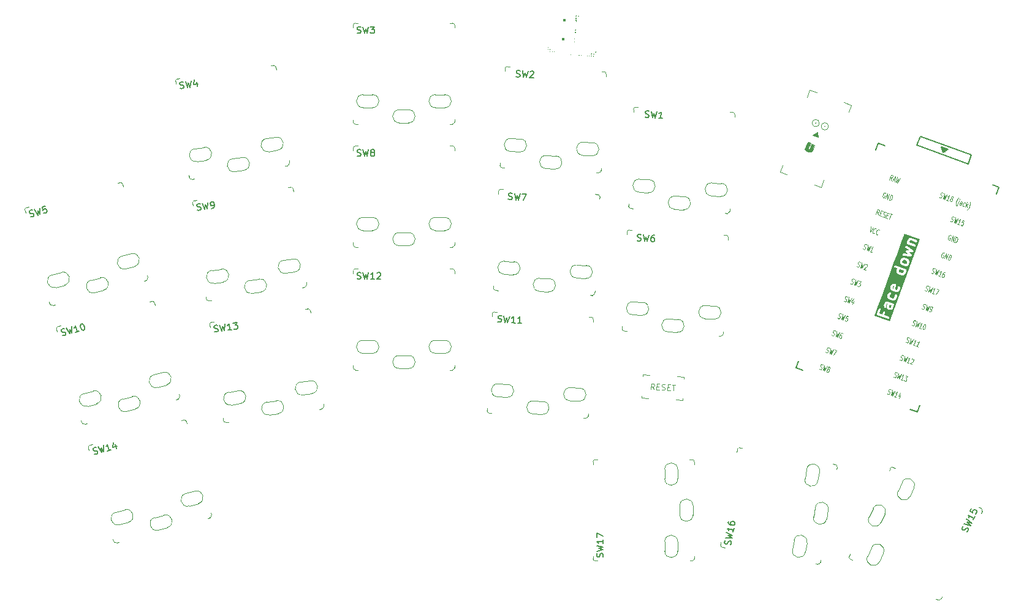
<source format=gbr>
%TF.GenerationSoftware,KiCad,Pcbnew,7.0.10*%
%TF.CreationDate,2024-03-05T23:28:46+01:00*%
%TF.ProjectId,routes,726f7574-6573-42e6-9b69-6361645f7063,rev?*%
%TF.SameCoordinates,Original*%
%TF.FileFunction,Legend,Top*%
%TF.FilePolarity,Positive*%
%FSLAX46Y46*%
G04 Gerber Fmt 4.6, Leading zero omitted, Abs format (unit mm)*
G04 Created by KiCad (PCBNEW 7.0.10) date 2024-03-05 23:28:46*
%MOMM*%
%LPD*%
G01*
G04 APERTURE LIST*
%ADD10C,0.010000*%
%ADD11C,0.120000*%
%ADD12C,0.125000*%
%ADD13C,0.300000*%
%ADD14C,0.160000*%
%ADD15C,0.100000*%
%ADD16C,0.150000*%
G04 APERTURE END LIST*
D10*
X156200000Y-73750000D02*
X156100000Y-73950000D01*
X155950000Y-74200000D01*
X155900000Y-74300000D01*
X155850000Y-74450000D01*
X155850000Y-74550000D01*
X155900000Y-74600000D01*
X156000000Y-74600000D01*
X156050000Y-74550000D01*
X156400000Y-73850000D01*
X156500000Y-73900000D01*
X156700000Y-73950000D01*
X156750000Y-74000000D01*
X156650000Y-74200000D01*
X156550000Y-74450000D01*
X156450000Y-74650000D01*
X156350000Y-74800000D01*
X156250000Y-74900000D01*
X156050000Y-74950000D01*
X155850000Y-74950000D01*
X155600000Y-74850000D01*
X155450000Y-74700000D01*
X155400000Y-74600000D01*
X155500000Y-74250000D01*
X155650000Y-73950000D01*
X155850000Y-73600000D01*
X156200000Y-73750000D01*
G36*
X156200000Y-73750000D02*
G01*
X156100000Y-73950000D01*
X155950000Y-74200000D01*
X155900000Y-74300000D01*
X155850000Y-74450000D01*
X155850000Y-74550000D01*
X155900000Y-74600000D01*
X156000000Y-74600000D01*
X156050000Y-74550000D01*
X156400000Y-73850000D01*
X156500000Y-73900000D01*
X156700000Y-73950000D01*
X156750000Y-74000000D01*
X156650000Y-74200000D01*
X156550000Y-74450000D01*
X156450000Y-74650000D01*
X156350000Y-74800000D01*
X156250000Y-74900000D01*
X156050000Y-74950000D01*
X155850000Y-74950000D01*
X155600000Y-74850000D01*
X155450000Y-74700000D01*
X155400000Y-74600000D01*
X155500000Y-74250000D01*
X155650000Y-73950000D01*
X155850000Y-73600000D01*
X156200000Y-73750000D01*
G37*
D11*
X157207225Y-72900000D02*
X156457225Y-72600000D01*
X157100000Y-72200000D01*
X157207225Y-72900000D01*
G36*
X157207225Y-72900000D02*
G01*
X156457225Y-72600000D01*
X157100000Y-72200000D01*
X157207225Y-72900000D01*
G37*
X156970711Y-70950000D02*
G75*
G03*
X156829289Y-70950000I-70711J0D01*
G01*
X156829289Y-70950000D02*
G75*
G03*
X156970711Y-70950000I70711J0D01*
G01*
X158220711Y-71400000D02*
G75*
G03*
X158079289Y-71400000I-70711J0D01*
G01*
X158079289Y-71400000D02*
G75*
G03*
X158220711Y-71400000I70711J0D01*
G01*
X158650000Y-71400000D02*
G75*
G03*
X157650000Y-71400000I-500000J0D01*
G01*
X157650000Y-71400000D02*
G75*
G03*
X158650000Y-71400000I500000J0D01*
G01*
X157400000Y-70950000D02*
G75*
G03*
X156400000Y-70950000I-500000J0D01*
G01*
X156400000Y-70950000D02*
G75*
G03*
X157400000Y-70950000I500000J0D01*
G01*
D12*
X159918579Y-97895408D02*
X159973485Y-97953398D01*
X159973485Y-97953398D02*
X160085353Y-97994115D01*
X160085353Y-97994115D02*
X160142315Y-97976841D01*
X160142315Y-97976841D02*
X160176904Y-97951424D01*
X160176904Y-97951424D02*
X160223708Y-97892446D01*
X160223708Y-97892446D02*
X160248138Y-97825325D01*
X160248138Y-97825325D02*
X160250194Y-97750061D01*
X160250194Y-97750061D02*
X160240035Y-97708357D01*
X160240035Y-97708357D02*
X160207503Y-97658510D01*
X160207503Y-97658510D02*
X160130224Y-97592376D01*
X160130224Y-97592376D02*
X160097691Y-97542529D01*
X160097691Y-97542529D02*
X160087533Y-97500825D01*
X160087533Y-97500825D02*
X160089589Y-97425561D01*
X160089589Y-97425561D02*
X160114019Y-97358440D01*
X160114019Y-97358440D02*
X160160823Y-97299463D01*
X160160823Y-97299463D02*
X160195411Y-97274046D01*
X160195411Y-97274046D02*
X160252374Y-97256772D01*
X160252374Y-97256772D02*
X160364242Y-97297489D01*
X160364242Y-97297489D02*
X160419148Y-97355479D01*
X160587978Y-97378922D02*
X160443331Y-98124408D01*
X160443331Y-98124408D02*
X160716050Y-97653574D01*
X160716050Y-97653574D02*
X160622320Y-98189555D01*
X160622320Y-98189555D02*
X160990703Y-97525502D01*
X161393429Y-97672082D02*
X161169693Y-97590649D01*
X161169693Y-97590649D02*
X161025169Y-97918110D01*
X161025169Y-97918110D02*
X161059757Y-97892693D01*
X161059757Y-97892693D02*
X161116720Y-97875419D01*
X161116720Y-97875419D02*
X161228588Y-97916136D01*
X161228588Y-97916136D02*
X161261120Y-97965983D01*
X161261120Y-97965983D02*
X161271279Y-98007687D01*
X161271279Y-98007687D02*
X161269222Y-98082951D01*
X161269222Y-98082951D02*
X161208147Y-98250753D01*
X161208147Y-98250753D02*
X161161344Y-98309731D01*
X161161344Y-98309731D02*
X161126755Y-98335148D01*
X161126755Y-98335148D02*
X161069793Y-98352421D01*
X161069793Y-98352421D02*
X160957925Y-98311705D01*
X160957925Y-98311705D02*
X160925392Y-98261858D01*
X160925392Y-98261858D02*
X160915234Y-98220154D01*
D13*
G36*
X167364463Y-96140769D02*
G01*
X167368076Y-96172163D01*
X167270147Y-96441220D01*
X167216187Y-96492310D01*
X167142367Y-96500806D01*
X167074674Y-96476168D01*
X167023584Y-96422207D01*
X167015088Y-96348387D01*
X167122684Y-96052769D01*
X167364463Y-96140769D01*
G37*
G36*
X167639131Y-93869143D02*
G01*
X167575859Y-93846113D01*
X167524769Y-93792153D01*
X167516273Y-93718334D01*
X167589772Y-93516398D01*
X167643731Y-93465308D01*
X167701878Y-93458616D01*
X167639131Y-93869143D01*
G37*
G36*
X169098994Y-91375185D02*
G01*
X169102607Y-91406580D01*
X169029109Y-91608515D01*
X168956517Y-91677246D01*
X168909087Y-91699363D01*
X168809777Y-91710792D01*
X168473600Y-91588433D01*
X168404869Y-91515841D01*
X168382752Y-91468412D01*
X168371323Y-91369102D01*
X168444822Y-91167167D01*
X168467771Y-91145438D01*
X169098994Y-91375185D01*
G37*
G36*
X169440070Y-89979073D02*
G01*
X169508800Y-90051663D01*
X169530918Y-90099093D01*
X169542347Y-90198404D01*
X169493279Y-90333218D01*
X169420686Y-90401949D01*
X169373257Y-90424066D01*
X169273947Y-90435495D01*
X168937770Y-90313136D01*
X168869039Y-90240544D01*
X168846922Y-90193115D01*
X168835493Y-90093805D01*
X168884562Y-89958991D01*
X168957152Y-89890261D01*
X169004582Y-89868143D01*
X169103893Y-89856714D01*
X169440070Y-89979073D01*
G37*
G36*
X171237244Y-87045389D02*
G01*
X167128116Y-98335126D01*
X165033942Y-97572909D01*
X165103706Y-97381233D01*
X165353131Y-97381233D01*
X165385945Y-97451604D01*
X165449549Y-97496140D01*
X166859088Y-98009170D01*
X166936438Y-98015937D01*
X167006809Y-97983123D01*
X167051345Y-97919519D01*
X167058112Y-97842169D01*
X167025298Y-97771798D01*
X166961694Y-97727262D01*
X166364317Y-97509835D01*
X166484025Y-97180942D01*
X166490792Y-97103591D01*
X166457978Y-97033220D01*
X166394374Y-96988685D01*
X166317024Y-96981917D01*
X166246653Y-97014732D01*
X166202117Y-97078336D01*
X166082409Y-97407228D01*
X165693109Y-97265535D01*
X165886106Y-96735280D01*
X165892873Y-96657930D01*
X165860059Y-96587558D01*
X165796455Y-96543023D01*
X165719105Y-96536255D01*
X165648734Y-96569070D01*
X165604198Y-96632674D01*
X165359898Y-97303883D01*
X165353131Y-97381233D01*
X165103706Y-97381233D01*
X165533302Y-96200927D01*
X166310283Y-96200927D01*
X166328542Y-96359599D01*
X166357081Y-96431809D01*
X166417902Y-96480076D01*
X166494708Y-96491466D01*
X166566919Y-96462928D01*
X166615186Y-96402107D01*
X166626575Y-96325301D01*
X166612363Y-96201807D01*
X166685862Y-95999871D01*
X166739821Y-95948781D01*
X166813642Y-95940286D01*
X166827496Y-95945329D01*
X166831109Y-95976723D01*
X166721070Y-96279055D01*
X166718064Y-96313405D01*
X166713008Y-96347508D01*
X166731269Y-96506179D01*
X166734640Y-96514709D01*
X166734390Y-96523881D01*
X166748735Y-96550374D01*
X166759808Y-96578390D01*
X166766993Y-96584092D01*
X166771362Y-96592160D01*
X166881174Y-96708140D01*
X166910543Y-96726183D01*
X166938794Y-96745965D01*
X167073034Y-96794825D01*
X167107385Y-96797830D01*
X167141488Y-96802887D01*
X167300159Y-96784626D01*
X167308689Y-96781254D01*
X167317861Y-96781505D01*
X167344354Y-96767159D01*
X167372370Y-96756087D01*
X167378072Y-96748901D01*
X167386140Y-96744533D01*
X167502120Y-96634721D01*
X167520163Y-96605351D01*
X167539945Y-96577101D01*
X167662095Y-96241496D01*
X167665100Y-96207145D01*
X167670157Y-96173043D01*
X167669413Y-96166582D01*
X167710955Y-96107255D01*
X167717722Y-96029905D01*
X167684907Y-95959534D01*
X167621304Y-95914998D01*
X166882974Y-95646268D01*
X166848626Y-95643263D01*
X166814522Y-95638206D01*
X166655850Y-95656466D01*
X166647318Y-95659837D01*
X166638147Y-95659587D01*
X166611656Y-95673931D01*
X166583639Y-95685004D01*
X166577935Y-95692191D01*
X166569869Y-95696559D01*
X166453889Y-95806371D01*
X166435840Y-95835749D01*
X166416065Y-95863991D01*
X166318345Y-96132475D01*
X166315340Y-96166822D01*
X166310283Y-96200927D01*
X165533302Y-96200927D01*
X166021902Y-94858510D01*
X166798883Y-94858510D01*
X166817144Y-95017181D01*
X166826020Y-95039639D01*
X166830214Y-95063424D01*
X166872905Y-95154974D01*
X166888427Y-95173473D01*
X166899927Y-95194711D01*
X167009739Y-95310692D01*
X167039113Y-95328739D01*
X167067359Y-95348517D01*
X167470085Y-95495097D01*
X167504432Y-95498101D01*
X167538537Y-95503159D01*
X167697209Y-95484900D01*
X167719671Y-95476022D01*
X167743453Y-95471829D01*
X167835003Y-95429138D01*
X167853503Y-95413614D01*
X167874740Y-95402115D01*
X167990720Y-95292303D01*
X168008763Y-95262933D01*
X168028545Y-95234683D01*
X168126265Y-94966199D01*
X168129269Y-94931851D01*
X168134327Y-94897747D01*
X168116067Y-94739075D01*
X168087529Y-94666864D01*
X168026708Y-94618597D01*
X167949902Y-94607208D01*
X167877691Y-94635746D01*
X167829424Y-94696567D01*
X167818035Y-94773373D01*
X167832246Y-94896867D01*
X167758747Y-95098802D01*
X167686156Y-95167532D01*
X167638726Y-95189650D01*
X167539417Y-95201078D01*
X167203240Y-95078720D01*
X167134509Y-95006128D01*
X167112392Y-94958698D01*
X167100963Y-94859389D01*
X167174462Y-94657453D01*
X167264729Y-94571987D01*
X167305374Y-94505830D01*
X167307495Y-94428213D01*
X167270523Y-94359935D01*
X167204365Y-94319290D01*
X167126748Y-94317169D01*
X167058470Y-94354141D01*
X166942489Y-94463953D01*
X166924437Y-94493334D01*
X166904665Y-94521573D01*
X166806945Y-94790057D01*
X166803939Y-94824407D01*
X166798883Y-94858510D01*
X166021902Y-94858510D01*
X166437212Y-93717455D01*
X167214193Y-93717455D01*
X167232454Y-93876126D01*
X167235825Y-93884656D01*
X167235575Y-93893827D01*
X167249920Y-93920319D01*
X167260993Y-93948336D01*
X167268178Y-93954038D01*
X167272547Y-93962106D01*
X167382359Y-94078086D01*
X167411728Y-94096129D01*
X167439979Y-94115911D01*
X167976946Y-94311351D01*
X168011293Y-94314355D01*
X168045398Y-94319413D01*
X168204070Y-94301154D01*
X168212603Y-94297781D01*
X168221773Y-94298032D01*
X168248262Y-94283688D01*
X168276280Y-94272615D01*
X168281982Y-94265428D01*
X168290051Y-94261060D01*
X168406031Y-94151248D01*
X168424079Y-94121869D01*
X168443855Y-94093628D01*
X168541576Y-93825144D01*
X168544581Y-93790793D01*
X168549638Y-93756691D01*
X168531377Y-93598019D01*
X168502838Y-93525809D01*
X168442017Y-93477542D01*
X168365211Y-93466153D01*
X168293001Y-93494692D01*
X168244734Y-93555513D01*
X168233345Y-93632319D01*
X168247557Y-93755811D01*
X168174058Y-93957747D01*
X168120098Y-94008837D01*
X168046278Y-94017332D01*
X167926622Y-93973781D01*
X168018101Y-93375272D01*
X168015410Y-93350942D01*
X168017544Y-93326561D01*
X168011213Y-93312984D01*
X168009567Y-93298096D01*
X167995074Y-93278373D01*
X167984730Y-93256190D01*
X167972459Y-93247597D01*
X167963589Y-93235527D01*
X167941175Y-93225693D01*
X167921126Y-93211654D01*
X167786885Y-93162794D01*
X167752534Y-93159788D01*
X167718432Y-93154732D01*
X167559760Y-93172993D01*
X167551229Y-93176364D01*
X167542058Y-93176114D01*
X167515564Y-93190460D01*
X167487550Y-93201532D01*
X167481847Y-93208717D01*
X167473780Y-93213086D01*
X167357799Y-93322898D01*
X167339747Y-93352279D01*
X167319975Y-93380518D01*
X167222255Y-93649002D01*
X167219249Y-93683352D01*
X167214193Y-93717455D01*
X166437212Y-93717455D01*
X167497847Y-90803385D01*
X167747272Y-90803385D01*
X167780086Y-90873756D01*
X167843690Y-90918292D01*
X168172582Y-91037998D01*
X168077305Y-91299770D01*
X168074299Y-91334120D01*
X168069243Y-91368223D01*
X168087504Y-91526894D01*
X168096379Y-91549352D01*
X168100574Y-91573138D01*
X168143265Y-91664688D01*
X168158788Y-91683188D01*
X168170288Y-91704426D01*
X168280100Y-91820406D01*
X168309469Y-91838449D01*
X168337720Y-91858231D01*
X168740445Y-92004811D01*
X168774795Y-92007816D01*
X168808898Y-92012873D01*
X168967569Y-91994612D01*
X168990027Y-91985736D01*
X169013813Y-91981542D01*
X169105363Y-91938851D01*
X169123862Y-91923328D01*
X169145100Y-91911829D01*
X169261081Y-91802017D01*
X169279128Y-91772642D01*
X169298906Y-91744397D01*
X169396626Y-91475913D01*
X169399631Y-91441563D01*
X169404688Y-91407460D01*
X169403944Y-91400998D01*
X169445486Y-91341671D01*
X169452253Y-91264321D01*
X169419439Y-91193950D01*
X169355835Y-91149414D01*
X167946296Y-90636384D01*
X167868946Y-90629617D01*
X167798575Y-90662431D01*
X167754039Y-90726035D01*
X167747272Y-90803385D01*
X167497847Y-90803385D01*
X167756433Y-90092926D01*
X168533413Y-90092926D01*
X168551674Y-90251597D01*
X168560549Y-90274055D01*
X168564744Y-90297841D01*
X168607435Y-90389391D01*
X168622958Y-90407891D01*
X168634458Y-90429129D01*
X168744270Y-90545109D01*
X168773639Y-90563152D01*
X168801890Y-90582934D01*
X169204615Y-90729514D01*
X169238965Y-90732519D01*
X169273068Y-90737576D01*
X169431739Y-90719315D01*
X169454197Y-90710439D01*
X169477983Y-90706245D01*
X169569533Y-90663554D01*
X169588033Y-90648030D01*
X169609271Y-90636531D01*
X169725251Y-90526719D01*
X169743294Y-90497349D01*
X169763076Y-90469099D01*
X169836366Y-90267737D01*
X169839371Y-90233386D01*
X169844428Y-90199284D01*
X169826167Y-90040612D01*
X169817290Y-90018153D01*
X169813097Y-89994369D01*
X169770406Y-89902818D01*
X169754882Y-89884317D01*
X169743383Y-89863081D01*
X169633571Y-89747100D01*
X169604189Y-89729048D01*
X169575951Y-89709276D01*
X169173226Y-89562696D01*
X169138875Y-89559690D01*
X169104773Y-89554634D01*
X168946101Y-89572895D01*
X168923642Y-89581771D01*
X168899858Y-89585965D01*
X168808307Y-89628656D01*
X168789806Y-89644179D01*
X168768570Y-89655679D01*
X168652589Y-89765491D01*
X168634537Y-89794872D01*
X168614765Y-89823111D01*
X168541475Y-90024473D01*
X168538469Y-90058823D01*
X168533413Y-90092926D01*
X167756433Y-90092926D01*
X168108556Y-89125477D01*
X168874825Y-89125477D01*
X168889568Y-89201710D01*
X168940453Y-89260359D01*
X169013844Y-89285708D01*
X170051256Y-89359245D01*
X170079744Y-89353735D01*
X170108708Y-89352117D01*
X170117348Y-89346463D01*
X170127489Y-89344502D01*
X170149406Y-89325486D01*
X170173681Y-89309602D01*
X170178336Y-89300385D01*
X170186138Y-89293617D01*
X170195609Y-89266192D01*
X170208691Y-89240298D01*
X170208114Y-89229986D01*
X170211486Y-89220226D01*
X170205977Y-89191742D01*
X170204359Y-89162773D01*
X170198704Y-89154132D01*
X170196744Y-89143993D01*
X170177729Y-89122076D01*
X170161844Y-89097801D01*
X169867903Y-88834973D01*
X170262017Y-88822579D01*
X170289790Y-88814192D01*
X170318443Y-88809627D01*
X170326463Y-88803119D01*
X170336348Y-88800135D01*
X170356207Y-88778985D01*
X170378738Y-88760705D01*
X170382429Y-88751060D01*
X170389499Y-88743532D01*
X170396123Y-88715284D01*
X170406495Y-88688190D01*
X170404869Y-88677992D01*
X170407228Y-88667938D01*
X170398840Y-88640160D01*
X170394275Y-88611512D01*
X170387769Y-88603493D01*
X170384784Y-88593607D01*
X170363635Y-88573748D01*
X170345354Y-88551216D01*
X169503382Y-87940713D01*
X169430867Y-87912956D01*
X169354189Y-87925175D01*
X169293894Y-87974097D01*
X169266137Y-88046612D01*
X169278356Y-88123290D01*
X169327278Y-88183585D01*
X169814025Y-88536519D01*
X169483658Y-88546910D01*
X169463034Y-88553137D01*
X169441526Y-88554339D01*
X169426507Y-88564166D01*
X169409327Y-88569354D01*
X169394582Y-88585056D01*
X169376554Y-88596853D01*
X169368460Y-88612874D01*
X169356176Y-88625957D01*
X169351257Y-88646929D01*
X169341544Y-88666158D01*
X169342545Y-88684076D01*
X169338447Y-88701551D01*
X169344674Y-88722174D01*
X169345876Y-88743683D01*
X169355703Y-88758701D01*
X169360891Y-88775882D01*
X169376593Y-88790626D01*
X169388390Y-88808655D01*
X169634786Y-89028969D01*
X169035056Y-88986458D01*
X168958823Y-89001201D01*
X168900174Y-89052086D01*
X168874825Y-89125477D01*
X168108556Y-89125477D01*
X168681536Y-87551228D01*
X169463049Y-87551228D01*
X169495863Y-87621599D01*
X169559467Y-87666135D01*
X170499160Y-88008156D01*
X170576510Y-88014923D01*
X170646882Y-87982109D01*
X170691417Y-87918505D01*
X170698185Y-87841155D01*
X170665370Y-87770784D01*
X170601766Y-87726248D01*
X169854699Y-87454337D01*
X169848553Y-87441157D01*
X169837124Y-87341848D01*
X169886193Y-87207033D01*
X169940152Y-87155943D01*
X170013973Y-87147447D01*
X170719030Y-87404067D01*
X170796380Y-87410834D01*
X170866751Y-87378020D01*
X170911287Y-87314416D01*
X170918054Y-87237066D01*
X170885239Y-87166695D01*
X170821636Y-87122159D01*
X170083306Y-86853429D01*
X170048955Y-86850423D01*
X170014853Y-86845367D01*
X169856181Y-86863628D01*
X169847650Y-86866999D01*
X169838479Y-86866749D01*
X169811985Y-86881095D01*
X169783971Y-86892167D01*
X169778268Y-86899352D01*
X169770201Y-86903721D01*
X169654220Y-87013533D01*
X169636168Y-87042914D01*
X169616396Y-87071153D01*
X169543106Y-87272516D01*
X169540100Y-87306866D01*
X169535044Y-87340969D01*
X169541559Y-87397586D01*
X169514352Y-87410274D01*
X169469816Y-87473878D01*
X169463049Y-87551228D01*
X168681536Y-87551228D01*
X169143070Y-86283173D01*
X171237244Y-87045389D01*
G37*
D12*
X172858882Y-91654904D02*
X172913787Y-91712894D01*
X172913787Y-91712894D02*
X173025656Y-91753611D01*
X173025656Y-91753611D02*
X173082618Y-91736337D01*
X173082618Y-91736337D02*
X173117207Y-91710920D01*
X173117207Y-91710920D02*
X173164010Y-91651943D01*
X173164010Y-91651943D02*
X173188440Y-91584822D01*
X173188440Y-91584822D02*
X173190497Y-91509557D01*
X173190497Y-91509557D02*
X173180338Y-91467854D01*
X173180338Y-91467854D02*
X173147806Y-91418006D01*
X173147806Y-91418006D02*
X173070526Y-91351873D01*
X173070526Y-91351873D02*
X173037994Y-91302026D01*
X173037994Y-91302026D02*
X173027835Y-91260322D01*
X173027835Y-91260322D02*
X173029892Y-91185058D01*
X173029892Y-91185058D02*
X173054322Y-91117937D01*
X173054322Y-91117937D02*
X173101125Y-91058959D01*
X173101125Y-91058959D02*
X173135714Y-91033542D01*
X173135714Y-91033542D02*
X173192676Y-91016268D01*
X173192676Y-91016268D02*
X173304544Y-91056985D01*
X173304544Y-91056985D02*
X173359450Y-91114975D01*
X173528280Y-91138418D02*
X173383633Y-91883904D01*
X173383633Y-91883904D02*
X173656353Y-91413071D01*
X173656353Y-91413071D02*
X173562622Y-91949051D01*
X173562622Y-91949051D02*
X173931006Y-91284998D01*
X174099590Y-92144491D02*
X173831106Y-92046771D01*
X173965348Y-92095631D02*
X174221863Y-91390862D01*
X174221863Y-91390862D02*
X174140471Y-91475256D01*
X174140471Y-91475256D02*
X174071294Y-91526091D01*
X174071294Y-91526091D02*
X174014331Y-91543364D01*
X174758830Y-91586302D02*
X174669336Y-91553728D01*
X174669336Y-91553728D02*
X174612373Y-91571002D01*
X174612373Y-91571002D02*
X174577785Y-91596419D01*
X174577785Y-91596419D02*
X174496392Y-91680814D01*
X174496392Y-91680814D02*
X174425159Y-91806912D01*
X174425159Y-91806912D02*
X174327439Y-92075396D01*
X174327439Y-92075396D02*
X174325382Y-92150660D01*
X174325382Y-92150660D02*
X174335541Y-92192364D01*
X174335541Y-92192364D02*
X174368073Y-92242211D01*
X174368073Y-92242211D02*
X174457568Y-92274784D01*
X174457568Y-92274784D02*
X174514530Y-92257511D01*
X174514530Y-92257511D02*
X174549119Y-92232093D01*
X174549119Y-92232093D02*
X174595922Y-92173116D01*
X174595922Y-92173116D02*
X174656997Y-92005314D01*
X174656997Y-92005314D02*
X174659054Y-91930049D01*
X174659054Y-91930049D02*
X174648895Y-91888346D01*
X174648895Y-91888346D02*
X174616363Y-91838499D01*
X174616363Y-91838499D02*
X174526868Y-91805925D01*
X174526868Y-91805925D02*
X174469906Y-91823199D01*
X174469906Y-91823199D02*
X174435317Y-91848616D01*
X174435317Y-91848616D02*
X174388514Y-91907594D01*
X158266569Y-102609694D02*
X158321475Y-102667684D01*
X158321475Y-102667684D02*
X158433343Y-102708401D01*
X158433343Y-102708401D02*
X158490305Y-102691127D01*
X158490305Y-102691127D02*
X158524894Y-102665710D01*
X158524894Y-102665710D02*
X158571698Y-102606732D01*
X158571698Y-102606732D02*
X158596128Y-102539611D01*
X158596128Y-102539611D02*
X158598184Y-102464347D01*
X158598184Y-102464347D02*
X158588025Y-102422643D01*
X158588025Y-102422643D02*
X158555493Y-102372796D01*
X158555493Y-102372796D02*
X158478214Y-102306662D01*
X158478214Y-102306662D02*
X158445681Y-102256815D01*
X158445681Y-102256815D02*
X158435523Y-102215111D01*
X158435523Y-102215111D02*
X158437579Y-102139847D01*
X158437579Y-102139847D02*
X158462009Y-102072726D01*
X158462009Y-102072726D02*
X158508813Y-102013749D01*
X158508813Y-102013749D02*
X158543401Y-101988332D01*
X158543401Y-101988332D02*
X158600364Y-101971058D01*
X158600364Y-101971058D02*
X158712232Y-102011775D01*
X158712232Y-102011775D02*
X158767138Y-102069765D01*
X158935968Y-102093208D02*
X158791321Y-102838694D01*
X158791321Y-102838694D02*
X159064040Y-102367860D01*
X159064040Y-102367860D02*
X158970310Y-102903841D01*
X158970310Y-102903841D02*
X159338693Y-102239788D01*
X159472935Y-102288648D02*
X159786166Y-102402655D01*
X159786166Y-102402655D02*
X159328288Y-103034134D01*
X173966167Y-81182026D02*
X174021072Y-81240016D01*
X174021072Y-81240016D02*
X174132941Y-81280733D01*
X174132941Y-81280733D02*
X174189903Y-81263459D01*
X174189903Y-81263459D02*
X174224492Y-81238042D01*
X174224492Y-81238042D02*
X174271295Y-81179065D01*
X174271295Y-81179065D02*
X174295725Y-81111944D01*
X174295725Y-81111944D02*
X174297782Y-81036680D01*
X174297782Y-81036680D02*
X174287623Y-80994976D01*
X174287623Y-80994976D02*
X174255091Y-80945129D01*
X174255091Y-80945129D02*
X174177811Y-80878995D01*
X174177811Y-80878995D02*
X174145279Y-80829148D01*
X174145279Y-80829148D02*
X174135120Y-80787444D01*
X174135120Y-80787444D02*
X174137177Y-80712180D01*
X174137177Y-80712180D02*
X174161607Y-80645059D01*
X174161607Y-80645059D02*
X174208410Y-80586081D01*
X174208410Y-80586081D02*
X174242999Y-80560664D01*
X174242999Y-80560664D02*
X174299961Y-80543390D01*
X174299961Y-80543390D02*
X174411829Y-80584107D01*
X174411829Y-80584107D02*
X174466735Y-80642098D01*
X174635565Y-80665540D02*
X174490918Y-81411026D01*
X174490918Y-81411026D02*
X174763638Y-80940193D01*
X174763638Y-80940193D02*
X174669907Y-81476173D01*
X174669907Y-81476173D02*
X175038291Y-80812120D01*
X175206875Y-81671613D02*
X174938391Y-81573893D01*
X175072633Y-81622753D02*
X175329148Y-80917984D01*
X175329148Y-80917984D02*
X175247756Y-81002379D01*
X175247756Y-81002379D02*
X175178579Y-81053213D01*
X175178579Y-81053213D02*
X175121616Y-81070487D01*
X175621938Y-81366608D02*
X175589406Y-81316761D01*
X175589406Y-81316761D02*
X175579247Y-81275057D01*
X175579247Y-81275057D02*
X175581304Y-81199793D01*
X175581304Y-81199793D02*
X175593519Y-81166232D01*
X175593519Y-81166232D02*
X175640322Y-81107255D01*
X175640322Y-81107255D02*
X175674911Y-81081838D01*
X175674911Y-81081838D02*
X175731873Y-81064564D01*
X175731873Y-81064564D02*
X175821368Y-81097137D01*
X175821368Y-81097137D02*
X175853900Y-81146984D01*
X175853900Y-81146984D02*
X175864059Y-81188688D01*
X175864059Y-81188688D02*
X175862002Y-81263952D01*
X175862002Y-81263952D02*
X175849787Y-81297513D01*
X175849787Y-81297513D02*
X175802984Y-81356490D01*
X175802984Y-81356490D02*
X175768395Y-81381907D01*
X175768395Y-81381907D02*
X175711433Y-81399181D01*
X175711433Y-81399181D02*
X175621938Y-81366608D01*
X175621938Y-81366608D02*
X175564976Y-81383882D01*
X175564976Y-81383882D02*
X175530387Y-81409299D01*
X175530387Y-81409299D02*
X175483584Y-81468276D01*
X175483584Y-81468276D02*
X175434724Y-81602518D01*
X175434724Y-81602518D02*
X175432667Y-81677782D01*
X175432667Y-81677782D02*
X175442826Y-81719486D01*
X175442826Y-81719486D02*
X175475358Y-81769333D01*
X175475358Y-81769333D02*
X175564853Y-81801907D01*
X175564853Y-81801907D02*
X175621815Y-81784633D01*
X175621815Y-81784633D02*
X175656404Y-81759216D01*
X175656404Y-81759216D02*
X175703207Y-81700238D01*
X175703207Y-81700238D02*
X175752067Y-81565996D01*
X175752067Y-81565996D02*
X175754124Y-81490732D01*
X175754124Y-81490732D02*
X175743965Y-81449028D01*
X175743965Y-81449028D02*
X175711433Y-81399181D01*
X176250209Y-82355407D02*
X176240050Y-82313703D01*
X176240050Y-82313703D02*
X176231948Y-82196735D01*
X176231948Y-82196735D02*
X176234005Y-82121471D01*
X176234005Y-82121471D02*
X176248276Y-82012646D01*
X176248276Y-82012646D02*
X176286977Y-81836700D01*
X176286977Y-81836700D02*
X176335837Y-81702459D01*
X176335837Y-81702459D02*
X176419286Y-81542800D01*
X176419286Y-81542800D02*
X176478305Y-81450262D01*
X176478305Y-81450262D02*
X176525108Y-81391284D01*
X176525108Y-81391284D02*
X176606501Y-81306889D01*
X176606501Y-81306889D02*
X176641089Y-81281472D01*
X176697928Y-81682223D02*
X176478058Y-82286311D01*
X176478058Y-82286311D02*
X176431254Y-82345289D01*
X176431254Y-82345289D02*
X176374292Y-82362563D01*
X176374292Y-82362563D02*
X176351918Y-82354419D01*
X176783433Y-81447300D02*
X176748844Y-81472717D01*
X176748844Y-81472717D02*
X176759003Y-81514421D01*
X176759003Y-81514421D02*
X176793592Y-81489004D01*
X176793592Y-81489004D02*
X176783433Y-81447300D01*
X176783433Y-81447300D02*
X176759003Y-81514421D01*
X176952017Y-82306793D02*
X177086382Y-81937628D01*
X177086382Y-81937628D02*
X177088438Y-81862364D01*
X177088438Y-81862364D02*
X177055906Y-81812517D01*
X177055906Y-81812517D02*
X176966411Y-81779943D01*
X176966411Y-81779943D02*
X176909449Y-81797217D01*
X176964232Y-82273232D02*
X176907269Y-82290506D01*
X176907269Y-82290506D02*
X176795401Y-82249790D01*
X176795401Y-82249790D02*
X176762869Y-82199942D01*
X176762869Y-82199942D02*
X176764925Y-82124678D01*
X176764925Y-82124678D02*
X176789355Y-82057557D01*
X176789355Y-82057557D02*
X176836159Y-81998580D01*
X176836159Y-81998580D02*
X176893121Y-81981306D01*
X176893121Y-81981306D02*
X177004989Y-82022023D01*
X177004989Y-82022023D02*
X177061952Y-82004749D01*
X177389331Y-82427956D02*
X177332368Y-82445230D01*
X177332368Y-82445230D02*
X177242874Y-82412656D01*
X177242874Y-82412656D02*
X177210342Y-82362809D01*
X177210342Y-82362809D02*
X177200183Y-82321105D01*
X177200183Y-82321105D02*
X177202239Y-82245841D01*
X177202239Y-82245841D02*
X177275529Y-82044478D01*
X177275529Y-82044478D02*
X177322333Y-81985501D01*
X177322333Y-81985501D02*
X177356922Y-81960084D01*
X177356922Y-81960084D02*
X177413884Y-81942810D01*
X177413884Y-81942810D02*
X177503379Y-81975383D01*
X177503379Y-81975383D02*
X177535911Y-82025230D01*
X177578478Y-82534806D02*
X177834993Y-81830037D01*
X177720945Y-82282609D02*
X177757467Y-82599953D01*
X177928477Y-82130107D02*
X177651768Y-82333444D01*
X177816363Y-82925440D02*
X177850951Y-82900023D01*
X177850951Y-82900023D02*
X177932344Y-82815628D01*
X177932344Y-82815628D02*
X177979147Y-82756651D01*
X177979147Y-82756651D02*
X178038166Y-82664113D01*
X178038166Y-82664113D02*
X178121614Y-82504454D01*
X178121614Y-82504454D02*
X178170474Y-82370212D01*
X178170474Y-82370212D02*
X178209176Y-82194266D01*
X178209176Y-82194266D02*
X178223447Y-82085442D01*
X178223447Y-82085442D02*
X178225504Y-82010177D01*
X178225504Y-82010177D02*
X178217401Y-81893209D01*
X178217401Y-81893209D02*
X178207243Y-81851506D01*
X166570328Y-80630678D02*
X166537795Y-80580831D01*
X166537795Y-80580831D02*
X166470674Y-80556401D01*
X166470674Y-80556401D02*
X166391339Y-80565531D01*
X166391339Y-80565531D02*
X166322161Y-80616366D01*
X166322161Y-80616366D02*
X166275358Y-80675343D01*
X166275358Y-80675343D02*
X166204124Y-80801442D01*
X166204124Y-80801442D02*
X166167479Y-80902123D01*
X166167479Y-80902123D02*
X166140993Y-81044508D01*
X166140993Y-81044508D02*
X166138936Y-81119772D01*
X166138936Y-81119772D02*
X166159253Y-81203180D01*
X166159253Y-81203180D02*
X166214159Y-81261170D01*
X166214159Y-81261170D02*
X166258907Y-81277457D01*
X166258907Y-81277457D02*
X166338243Y-81268327D01*
X166338243Y-81268327D02*
X166372831Y-81242909D01*
X166372831Y-81242909D02*
X166458336Y-81007986D01*
X166458336Y-81007986D02*
X166368842Y-80975413D01*
X166549764Y-81383320D02*
X166806279Y-80678551D01*
X166806279Y-80678551D02*
X166818248Y-81481040D01*
X166818248Y-81481040D02*
X167074763Y-80776271D01*
X167041984Y-81562474D02*
X167298499Y-80857705D01*
X167298499Y-80857705D02*
X167410368Y-80898421D01*
X167410368Y-80898421D02*
X167465273Y-80956412D01*
X167465273Y-80956412D02*
X167485591Y-81039819D01*
X167485591Y-81039819D02*
X167483534Y-81115083D01*
X167483534Y-81115083D02*
X167457048Y-81257469D01*
X167457048Y-81257469D02*
X167420403Y-81358150D01*
X167420403Y-81358150D02*
X167349169Y-81484248D01*
X167349169Y-81484248D02*
X167302366Y-81543226D01*
X167302366Y-81543226D02*
X167233188Y-81594060D01*
X167233188Y-81594060D02*
X167153852Y-81603191D01*
X167153852Y-81603191D02*
X167041984Y-81562474D01*
X170200556Y-98870879D02*
X170255461Y-98928869D01*
X170255461Y-98928869D02*
X170367330Y-98969586D01*
X170367330Y-98969586D02*
X170424292Y-98952312D01*
X170424292Y-98952312D02*
X170458881Y-98926895D01*
X170458881Y-98926895D02*
X170505684Y-98867918D01*
X170505684Y-98867918D02*
X170530114Y-98800797D01*
X170530114Y-98800797D02*
X170532171Y-98725532D01*
X170532171Y-98725532D02*
X170522012Y-98683829D01*
X170522012Y-98683829D02*
X170489480Y-98633981D01*
X170489480Y-98633981D02*
X170412200Y-98567848D01*
X170412200Y-98567848D02*
X170379668Y-98518001D01*
X170379668Y-98518001D02*
X170369509Y-98476297D01*
X170369509Y-98476297D02*
X170371566Y-98401033D01*
X170371566Y-98401033D02*
X170395996Y-98333912D01*
X170395996Y-98333912D02*
X170442799Y-98274934D01*
X170442799Y-98274934D02*
X170477388Y-98249517D01*
X170477388Y-98249517D02*
X170534350Y-98232243D01*
X170534350Y-98232243D02*
X170646218Y-98272960D01*
X170646218Y-98272960D02*
X170701124Y-98330950D01*
X170869954Y-98354393D02*
X170725307Y-99099879D01*
X170725307Y-99099879D02*
X170998027Y-98629046D01*
X170998027Y-98629046D02*
X170904296Y-99165026D01*
X170904296Y-99165026D02*
X171272680Y-98500973D01*
X171441264Y-99360466D02*
X171172780Y-99262746D01*
X171307022Y-99311606D02*
X171563537Y-98606837D01*
X171563537Y-98606837D02*
X171482145Y-98691231D01*
X171482145Y-98691231D02*
X171412968Y-98742066D01*
X171412968Y-98742066D02*
X171356005Y-98759339D01*
X171988636Y-98761560D02*
X172033383Y-98777847D01*
X172033383Y-98777847D02*
X172065915Y-98827694D01*
X172065915Y-98827694D02*
X172076074Y-98869397D01*
X172076074Y-98869397D02*
X172074018Y-98944662D01*
X172074018Y-98944662D02*
X172047531Y-99087047D01*
X172047531Y-99087047D02*
X171986456Y-99254849D01*
X171986456Y-99254849D02*
X171915223Y-99380948D01*
X171915223Y-99380948D02*
X171868419Y-99439925D01*
X171868419Y-99439925D02*
X171833830Y-99465342D01*
X171833830Y-99465342D02*
X171776868Y-99482616D01*
X171776868Y-99482616D02*
X171732121Y-99466329D01*
X171732121Y-99466329D02*
X171699589Y-99416482D01*
X171699589Y-99416482D02*
X171689430Y-99374778D01*
X171689430Y-99374778D02*
X171691486Y-99299514D01*
X171691486Y-99299514D02*
X171717973Y-99157129D01*
X171717973Y-99157129D02*
X171779048Y-98989327D01*
X171779048Y-98989327D02*
X171850281Y-98863228D01*
X171850281Y-98863228D02*
X171897085Y-98804251D01*
X171897085Y-98804251D02*
X171931674Y-98778834D01*
X171931674Y-98778834D02*
X171988636Y-98761560D01*
X157383328Y-104948665D02*
X157438234Y-105006655D01*
X157438234Y-105006655D02*
X157550102Y-105047372D01*
X157550102Y-105047372D02*
X157607064Y-105030098D01*
X157607064Y-105030098D02*
X157641653Y-105004681D01*
X157641653Y-105004681D02*
X157688457Y-104945703D01*
X157688457Y-104945703D02*
X157712887Y-104878582D01*
X157712887Y-104878582D02*
X157714943Y-104803318D01*
X157714943Y-104803318D02*
X157704784Y-104761614D01*
X157704784Y-104761614D02*
X157672252Y-104711767D01*
X157672252Y-104711767D02*
X157594973Y-104645633D01*
X157594973Y-104645633D02*
X157562440Y-104595786D01*
X157562440Y-104595786D02*
X157552282Y-104554082D01*
X157552282Y-104554082D02*
X157554338Y-104478818D01*
X157554338Y-104478818D02*
X157578768Y-104411697D01*
X157578768Y-104411697D02*
X157625572Y-104352720D01*
X157625572Y-104352720D02*
X157660160Y-104327303D01*
X157660160Y-104327303D02*
X157717123Y-104310029D01*
X157717123Y-104310029D02*
X157828991Y-104350746D01*
X157828991Y-104350746D02*
X157883897Y-104408736D01*
X158052727Y-104432179D02*
X157908080Y-105177665D01*
X157908080Y-105177665D02*
X158180799Y-104706831D01*
X158180799Y-104706831D02*
X158087069Y-105242812D01*
X158087069Y-105242812D02*
X158455452Y-104578759D01*
X158591627Y-104970380D02*
X158559095Y-104920533D01*
X158559095Y-104920533D02*
X158548937Y-104878829D01*
X158548937Y-104878829D02*
X158550993Y-104803565D01*
X158550993Y-104803565D02*
X158563208Y-104770004D01*
X158563208Y-104770004D02*
X158610012Y-104711027D01*
X158610012Y-104711027D02*
X158644600Y-104685609D01*
X158644600Y-104685609D02*
X158701562Y-104668336D01*
X158701562Y-104668336D02*
X158791057Y-104700909D01*
X158791057Y-104700909D02*
X158823589Y-104750756D01*
X158823589Y-104750756D02*
X158833748Y-104792460D01*
X158833748Y-104792460D02*
X158831691Y-104867724D01*
X158831691Y-104867724D02*
X158819476Y-104901285D01*
X158819476Y-104901285D02*
X158772673Y-104960262D01*
X158772673Y-104960262D02*
X158738084Y-104985679D01*
X158738084Y-104985679D02*
X158681122Y-105002953D01*
X158681122Y-105002953D02*
X158591627Y-104970380D01*
X158591627Y-104970380D02*
X158534665Y-104987654D01*
X158534665Y-104987654D02*
X158500076Y-105013071D01*
X158500076Y-105013071D02*
X158453273Y-105072048D01*
X158453273Y-105072048D02*
X158404413Y-105206290D01*
X158404413Y-105206290D02*
X158402356Y-105281554D01*
X158402356Y-105281554D02*
X158412515Y-105323258D01*
X158412515Y-105323258D02*
X158445047Y-105373105D01*
X158445047Y-105373105D02*
X158534542Y-105405678D01*
X158534542Y-105405678D02*
X158591504Y-105388405D01*
X158591504Y-105388405D02*
X158626093Y-105362988D01*
X158626093Y-105362988D02*
X158672896Y-105304010D01*
X158672896Y-105304010D02*
X158721756Y-105169768D01*
X158721756Y-105169768D02*
X158723813Y-105094504D01*
X158723813Y-105094504D02*
X158713654Y-105052800D01*
X158713654Y-105052800D02*
X158681122Y-105002953D01*
X160777049Y-95536780D02*
X160831955Y-95594770D01*
X160831955Y-95594770D02*
X160943823Y-95635487D01*
X160943823Y-95635487D02*
X161000785Y-95618213D01*
X161000785Y-95618213D02*
X161035374Y-95592796D01*
X161035374Y-95592796D02*
X161082178Y-95533818D01*
X161082178Y-95533818D02*
X161106608Y-95466697D01*
X161106608Y-95466697D02*
X161108664Y-95391433D01*
X161108664Y-95391433D02*
X161098505Y-95349729D01*
X161098505Y-95349729D02*
X161065973Y-95299882D01*
X161065973Y-95299882D02*
X160988694Y-95233748D01*
X160988694Y-95233748D02*
X160956161Y-95183901D01*
X160956161Y-95183901D02*
X160946003Y-95142197D01*
X160946003Y-95142197D02*
X160948059Y-95066933D01*
X160948059Y-95066933D02*
X160972489Y-94999812D01*
X160972489Y-94999812D02*
X161019293Y-94940835D01*
X161019293Y-94940835D02*
X161053881Y-94915418D01*
X161053881Y-94915418D02*
X161110844Y-94898144D01*
X161110844Y-94898144D02*
X161222712Y-94938861D01*
X161222712Y-94938861D02*
X161277618Y-94996851D01*
X161446448Y-95020294D02*
X161301801Y-95765780D01*
X161301801Y-95765780D02*
X161574520Y-95294946D01*
X161574520Y-95294946D02*
X161480790Y-95830927D01*
X161480790Y-95830927D02*
X161849173Y-95166874D01*
X162144020Y-95540234D02*
X161973010Y-96010080D01*
X162129872Y-95231034D02*
X161834779Y-95693724D01*
X161834779Y-95693724D02*
X162125636Y-95799587D01*
X161694492Y-93103840D02*
X161749398Y-93161830D01*
X161749398Y-93161830D02*
X161861266Y-93202547D01*
X161861266Y-93202547D02*
X161918228Y-93185273D01*
X161918228Y-93185273D02*
X161952817Y-93159856D01*
X161952817Y-93159856D02*
X161999621Y-93100878D01*
X161999621Y-93100878D02*
X162024051Y-93033757D01*
X162024051Y-93033757D02*
X162026107Y-92958493D01*
X162026107Y-92958493D02*
X162015948Y-92916789D01*
X162015948Y-92916789D02*
X161983416Y-92866942D01*
X161983416Y-92866942D02*
X161906137Y-92800808D01*
X161906137Y-92800808D02*
X161873604Y-92750961D01*
X161873604Y-92750961D02*
X161863446Y-92709257D01*
X161863446Y-92709257D02*
X161865502Y-92633993D01*
X161865502Y-92633993D02*
X161889932Y-92566872D01*
X161889932Y-92566872D02*
X161936736Y-92507895D01*
X161936736Y-92507895D02*
X161971324Y-92482478D01*
X161971324Y-92482478D02*
X162028287Y-92465204D01*
X162028287Y-92465204D02*
X162140155Y-92505921D01*
X162140155Y-92505921D02*
X162195061Y-92563911D01*
X162363891Y-92587354D02*
X162219244Y-93332840D01*
X162219244Y-93332840D02*
X162491963Y-92862006D01*
X162491963Y-92862006D02*
X162398233Y-93397987D01*
X162398233Y-93397987D02*
X162766616Y-92733934D01*
X162900858Y-92782794D02*
X163191716Y-92888657D01*
X163191716Y-92888657D02*
X162937380Y-93100138D01*
X162937380Y-93100138D02*
X163004501Y-93124568D01*
X163004501Y-93124568D02*
X163037033Y-93174415D01*
X163037033Y-93174415D02*
X163047192Y-93216119D01*
X163047192Y-93216119D02*
X163045135Y-93291383D01*
X163045135Y-93291383D02*
X162984060Y-93459185D01*
X162984060Y-93459185D02*
X162937257Y-93518163D01*
X162937257Y-93518163D02*
X162902668Y-93543580D01*
X162902668Y-93543580D02*
X162845706Y-93560853D01*
X162845706Y-93560853D02*
X162711464Y-93511993D01*
X162711464Y-93511993D02*
X162678932Y-93462146D01*
X162678932Y-93462146D02*
X162668773Y-93420443D01*
X159121620Y-100260463D02*
X159176526Y-100318453D01*
X159176526Y-100318453D02*
X159288394Y-100359170D01*
X159288394Y-100359170D02*
X159345356Y-100341896D01*
X159345356Y-100341896D02*
X159379945Y-100316479D01*
X159379945Y-100316479D02*
X159426749Y-100257501D01*
X159426749Y-100257501D02*
X159451179Y-100190380D01*
X159451179Y-100190380D02*
X159453235Y-100115116D01*
X159453235Y-100115116D02*
X159443076Y-100073412D01*
X159443076Y-100073412D02*
X159410544Y-100023565D01*
X159410544Y-100023565D02*
X159333265Y-99957431D01*
X159333265Y-99957431D02*
X159300732Y-99907584D01*
X159300732Y-99907584D02*
X159290574Y-99865880D01*
X159290574Y-99865880D02*
X159292630Y-99790616D01*
X159292630Y-99790616D02*
X159317060Y-99723495D01*
X159317060Y-99723495D02*
X159363864Y-99664518D01*
X159363864Y-99664518D02*
X159398452Y-99639101D01*
X159398452Y-99639101D02*
X159455415Y-99621827D01*
X159455415Y-99621827D02*
X159567283Y-99662544D01*
X159567283Y-99662544D02*
X159622189Y-99720534D01*
X159791019Y-99743977D02*
X159646372Y-100489463D01*
X159646372Y-100489463D02*
X159919091Y-100018629D01*
X159919091Y-100018629D02*
X159825361Y-100554610D01*
X159825361Y-100554610D02*
X160193744Y-99890557D01*
X160574096Y-100028994D02*
X160484602Y-99996420D01*
X160484602Y-99996420D02*
X160427639Y-100013694D01*
X160427639Y-100013694D02*
X160393051Y-100039111D01*
X160393051Y-100039111D02*
X160311659Y-100123506D01*
X160311659Y-100123506D02*
X160240425Y-100249604D01*
X160240425Y-100249604D02*
X160142705Y-100518088D01*
X160142705Y-100518088D02*
X160140648Y-100593352D01*
X160140648Y-100593352D02*
X160150807Y-100635056D01*
X160150807Y-100635056D02*
X160183339Y-100684903D01*
X160183339Y-100684903D02*
X160272834Y-100717476D01*
X160272834Y-100717476D02*
X160329796Y-100700203D01*
X160329796Y-100700203D02*
X160364385Y-100674786D01*
X160364385Y-100674786D02*
X160411188Y-100615808D01*
X160411188Y-100615808D02*
X160472263Y-100448006D01*
X160472263Y-100448006D02*
X160474320Y-100372742D01*
X160474320Y-100372742D02*
X160464161Y-100331038D01*
X160464161Y-100331038D02*
X160431629Y-100281191D01*
X160431629Y-100281191D02*
X160342134Y-100248617D01*
X160342134Y-100248617D02*
X160285172Y-100265891D01*
X160285172Y-100265891D02*
X160250583Y-100291308D01*
X160250583Y-100291308D02*
X160203780Y-100350286D01*
X169342086Y-101229508D02*
X169396991Y-101287498D01*
X169396991Y-101287498D02*
X169508860Y-101328215D01*
X169508860Y-101328215D02*
X169565822Y-101310941D01*
X169565822Y-101310941D02*
X169600411Y-101285524D01*
X169600411Y-101285524D02*
X169647214Y-101226547D01*
X169647214Y-101226547D02*
X169671644Y-101159426D01*
X169671644Y-101159426D02*
X169673701Y-101084161D01*
X169673701Y-101084161D02*
X169663542Y-101042458D01*
X169663542Y-101042458D02*
X169631010Y-100992610D01*
X169631010Y-100992610D02*
X169553730Y-100926477D01*
X169553730Y-100926477D02*
X169521198Y-100876630D01*
X169521198Y-100876630D02*
X169511039Y-100834926D01*
X169511039Y-100834926D02*
X169513096Y-100759662D01*
X169513096Y-100759662D02*
X169537526Y-100692541D01*
X169537526Y-100692541D02*
X169584329Y-100633563D01*
X169584329Y-100633563D02*
X169618918Y-100608146D01*
X169618918Y-100608146D02*
X169675880Y-100590872D01*
X169675880Y-100590872D02*
X169787748Y-100631589D01*
X169787748Y-100631589D02*
X169842654Y-100689579D01*
X170011484Y-100713022D02*
X169866837Y-101458508D01*
X169866837Y-101458508D02*
X170139557Y-100987675D01*
X170139557Y-100987675D02*
X170045826Y-101523655D01*
X170045826Y-101523655D02*
X170414210Y-100859602D01*
X170582794Y-101719095D02*
X170314310Y-101621375D01*
X170448552Y-101670235D02*
X170705067Y-100965466D01*
X170705067Y-100965466D02*
X170623675Y-101049860D01*
X170623675Y-101049860D02*
X170554498Y-101100695D01*
X170554498Y-101100695D02*
X170497535Y-101117968D01*
X171030266Y-101881962D02*
X170761783Y-101784242D01*
X170896024Y-101833102D02*
X171152540Y-101128332D01*
X171152540Y-101128332D02*
X171071147Y-101212727D01*
X171071147Y-101212727D02*
X171001970Y-101263561D01*
X171001970Y-101263561D02*
X170945008Y-101280835D01*
X175493266Y-84504707D02*
X175548171Y-84562697D01*
X175548171Y-84562697D02*
X175660040Y-84603414D01*
X175660040Y-84603414D02*
X175717002Y-84586140D01*
X175717002Y-84586140D02*
X175751591Y-84560723D01*
X175751591Y-84560723D02*
X175798394Y-84501746D01*
X175798394Y-84501746D02*
X175822824Y-84434625D01*
X175822824Y-84434625D02*
X175824881Y-84359360D01*
X175824881Y-84359360D02*
X175814722Y-84317657D01*
X175814722Y-84317657D02*
X175782190Y-84267809D01*
X175782190Y-84267809D02*
X175704910Y-84201676D01*
X175704910Y-84201676D02*
X175672378Y-84151829D01*
X175672378Y-84151829D02*
X175662219Y-84110125D01*
X175662219Y-84110125D02*
X175664276Y-84034861D01*
X175664276Y-84034861D02*
X175688706Y-83967740D01*
X175688706Y-83967740D02*
X175735509Y-83908762D01*
X175735509Y-83908762D02*
X175770098Y-83883345D01*
X175770098Y-83883345D02*
X175827060Y-83866071D01*
X175827060Y-83866071D02*
X175938928Y-83906788D01*
X175938928Y-83906788D02*
X175993834Y-83964778D01*
X176162664Y-83988221D02*
X176018017Y-84733707D01*
X176018017Y-84733707D02*
X176290737Y-84262874D01*
X176290737Y-84262874D02*
X176197006Y-84798854D01*
X176197006Y-84798854D02*
X176565390Y-84134801D01*
X176733974Y-84994294D02*
X176465490Y-84896574D01*
X176599732Y-84945434D02*
X176856247Y-84240665D01*
X176856247Y-84240665D02*
X176774855Y-84325059D01*
X176774855Y-84325059D02*
X176705678Y-84375894D01*
X176705678Y-84375894D02*
X176648715Y-84393167D01*
X177415588Y-84444248D02*
X177191851Y-84362815D01*
X177191851Y-84362815D02*
X177047328Y-84690276D01*
X177047328Y-84690276D02*
X177081916Y-84664859D01*
X177081916Y-84664859D02*
X177138879Y-84647585D01*
X177138879Y-84647585D02*
X177250747Y-84688302D01*
X177250747Y-84688302D02*
X177283279Y-84738149D01*
X177283279Y-84738149D02*
X177293438Y-84779852D01*
X177293438Y-84779852D02*
X177291381Y-84855117D01*
X177291381Y-84855117D02*
X177230306Y-85022919D01*
X177230306Y-85022919D02*
X177183503Y-85081896D01*
X177183503Y-85081896D02*
X177148914Y-85107314D01*
X177148914Y-85107314D02*
X177091952Y-85124587D01*
X177091952Y-85124587D02*
X176980084Y-85083871D01*
X176980084Y-85083871D02*
X176947551Y-85034024D01*
X176947551Y-85034024D02*
X176937393Y-84992320D01*
X168516055Y-103674436D02*
X168570960Y-103732426D01*
X168570960Y-103732426D02*
X168682829Y-103773143D01*
X168682829Y-103773143D02*
X168739791Y-103755869D01*
X168739791Y-103755869D02*
X168774380Y-103730452D01*
X168774380Y-103730452D02*
X168821183Y-103671475D01*
X168821183Y-103671475D02*
X168845613Y-103604354D01*
X168845613Y-103604354D02*
X168847670Y-103529089D01*
X168847670Y-103529089D02*
X168837511Y-103487386D01*
X168837511Y-103487386D02*
X168804979Y-103437538D01*
X168804979Y-103437538D02*
X168727699Y-103371405D01*
X168727699Y-103371405D02*
X168695167Y-103321558D01*
X168695167Y-103321558D02*
X168685008Y-103279854D01*
X168685008Y-103279854D02*
X168687065Y-103204590D01*
X168687065Y-103204590D02*
X168711495Y-103137469D01*
X168711495Y-103137469D02*
X168758298Y-103078491D01*
X168758298Y-103078491D02*
X168792887Y-103053074D01*
X168792887Y-103053074D02*
X168849849Y-103035800D01*
X168849849Y-103035800D02*
X168961717Y-103076517D01*
X168961717Y-103076517D02*
X169016623Y-103134507D01*
X169185453Y-103157950D02*
X169040806Y-103903436D01*
X169040806Y-103903436D02*
X169313526Y-103432603D01*
X169313526Y-103432603D02*
X169219795Y-103968583D01*
X169219795Y-103968583D02*
X169588179Y-103304530D01*
X169756763Y-104164023D02*
X169488279Y-104066303D01*
X169622521Y-104115163D02*
X169879036Y-103410394D01*
X169879036Y-103410394D02*
X169797644Y-103494788D01*
X169797644Y-103494788D02*
X169728467Y-103545623D01*
X169728467Y-103545623D02*
X169671504Y-103562896D01*
X170167837Y-103591521D02*
X170202425Y-103566104D01*
X170202425Y-103566104D02*
X170259388Y-103548830D01*
X170259388Y-103548830D02*
X170371256Y-103589547D01*
X170371256Y-103589547D02*
X170403788Y-103639394D01*
X170403788Y-103639394D02*
X170413947Y-103681098D01*
X170413947Y-103681098D02*
X170411890Y-103756362D01*
X170411890Y-103756362D02*
X170387460Y-103823483D01*
X170387460Y-103823483D02*
X170328442Y-103916021D01*
X170328442Y-103916021D02*
X169913378Y-104221026D01*
X169913378Y-104221026D02*
X170204235Y-104326890D01*
X171976470Y-94079311D02*
X172031375Y-94137301D01*
X172031375Y-94137301D02*
X172143244Y-94178018D01*
X172143244Y-94178018D02*
X172200206Y-94160744D01*
X172200206Y-94160744D02*
X172234795Y-94135327D01*
X172234795Y-94135327D02*
X172281598Y-94076350D01*
X172281598Y-94076350D02*
X172306028Y-94009229D01*
X172306028Y-94009229D02*
X172308085Y-93933964D01*
X172308085Y-93933964D02*
X172297926Y-93892261D01*
X172297926Y-93892261D02*
X172265394Y-93842413D01*
X172265394Y-93842413D02*
X172188114Y-93776280D01*
X172188114Y-93776280D02*
X172155582Y-93726433D01*
X172155582Y-93726433D02*
X172145423Y-93684729D01*
X172145423Y-93684729D02*
X172147480Y-93609465D01*
X172147480Y-93609465D02*
X172171910Y-93542344D01*
X172171910Y-93542344D02*
X172218713Y-93483366D01*
X172218713Y-93483366D02*
X172253302Y-93457949D01*
X172253302Y-93457949D02*
X172310264Y-93440675D01*
X172310264Y-93440675D02*
X172422132Y-93481392D01*
X172422132Y-93481392D02*
X172477038Y-93539382D01*
X172645868Y-93562825D02*
X172501221Y-94308311D01*
X172501221Y-94308311D02*
X172773941Y-93837478D01*
X172773941Y-93837478D02*
X172680210Y-94373458D01*
X172680210Y-94373458D02*
X173048594Y-93709405D01*
X173217178Y-94568898D02*
X172948694Y-94471178D01*
X173082936Y-94520038D02*
X173339451Y-93815269D01*
X173339451Y-93815269D02*
X173258059Y-93899663D01*
X173258059Y-93899663D02*
X173188882Y-93950498D01*
X173188882Y-93950498D02*
X173131919Y-93967771D01*
X173630308Y-93921132D02*
X173943539Y-94035139D01*
X173943539Y-94035139D02*
X173485661Y-94666618D01*
X166772633Y-108376734D02*
X166827538Y-108434724D01*
X166827538Y-108434724D02*
X166939407Y-108475441D01*
X166939407Y-108475441D02*
X166996369Y-108458167D01*
X166996369Y-108458167D02*
X167030958Y-108432750D01*
X167030958Y-108432750D02*
X167077761Y-108373773D01*
X167077761Y-108373773D02*
X167102191Y-108306652D01*
X167102191Y-108306652D02*
X167104248Y-108231387D01*
X167104248Y-108231387D02*
X167094089Y-108189684D01*
X167094089Y-108189684D02*
X167061557Y-108139836D01*
X167061557Y-108139836D02*
X166984277Y-108073703D01*
X166984277Y-108073703D02*
X166951745Y-108023856D01*
X166951745Y-108023856D02*
X166941586Y-107982152D01*
X166941586Y-107982152D02*
X166943643Y-107906888D01*
X166943643Y-107906888D02*
X166968073Y-107839767D01*
X166968073Y-107839767D02*
X167014876Y-107780789D01*
X167014876Y-107780789D02*
X167049465Y-107755372D01*
X167049465Y-107755372D02*
X167106427Y-107738098D01*
X167106427Y-107738098D02*
X167218295Y-107778815D01*
X167218295Y-107778815D02*
X167273201Y-107836805D01*
X167442031Y-107860248D02*
X167297384Y-108605734D01*
X167297384Y-108605734D02*
X167570104Y-108134901D01*
X167570104Y-108134901D02*
X167476373Y-108670881D01*
X167476373Y-108670881D02*
X167844757Y-108006828D01*
X168013341Y-108866321D02*
X167744857Y-108768601D01*
X167879099Y-108817461D02*
X168135614Y-108112692D01*
X168135614Y-108112692D02*
X168054222Y-108197086D01*
X168054222Y-108197086D02*
X167985045Y-108247921D01*
X167985045Y-108247921D02*
X167928082Y-108265194D01*
X168587076Y-108543055D02*
X168416066Y-109012901D01*
X168572928Y-108233854D02*
X168277835Y-108696545D01*
X168277835Y-108696545D02*
X168568692Y-108802408D01*
X164493398Y-85274680D02*
X164393498Y-86036453D01*
X164393498Y-86036453D02*
X164806629Y-85388687D01*
X164999642Y-86181058D02*
X164965054Y-86206475D01*
X164965054Y-86206475D02*
X164885718Y-86215606D01*
X164885718Y-86215606D02*
X164840970Y-86199319D01*
X164840970Y-86199319D02*
X164786065Y-86141329D01*
X164786065Y-86141329D02*
X164765747Y-86057921D01*
X164765747Y-86057921D02*
X164767804Y-85982657D01*
X164767804Y-85982657D02*
X164794290Y-85840272D01*
X164794290Y-85840272D02*
X164830935Y-85739590D01*
X164830935Y-85739590D02*
X164902169Y-85613492D01*
X164902169Y-85613492D02*
X164948972Y-85554514D01*
X164948972Y-85554514D02*
X165018150Y-85503680D01*
X165018150Y-85503680D02*
X165097486Y-85494550D01*
X165097486Y-85494550D02*
X165142233Y-85510836D01*
X165142233Y-85510836D02*
X165197139Y-85568827D01*
X165197139Y-85568827D02*
X165207297Y-85610531D01*
X165469489Y-86352068D02*
X165434900Y-86377486D01*
X165434900Y-86377486D02*
X165355564Y-86386616D01*
X165355564Y-86386616D02*
X165310817Y-86370329D01*
X165310817Y-86370329D02*
X165255911Y-86312339D01*
X165255911Y-86312339D02*
X165235594Y-86228931D01*
X165235594Y-86228931D02*
X165237650Y-86153667D01*
X165237650Y-86153667D02*
X165264136Y-86011282D01*
X165264136Y-86011282D02*
X165300781Y-85910601D01*
X165300781Y-85910601D02*
X165372015Y-85784502D01*
X165372015Y-85784502D02*
X165418819Y-85725525D01*
X165418819Y-85725525D02*
X165487996Y-85674690D01*
X165487996Y-85674690D02*
X165567332Y-85665560D01*
X165567332Y-85665560D02*
X165612079Y-85681847D01*
X165612079Y-85681847D02*
X165666985Y-85739837D01*
X165666985Y-85739837D02*
X165677144Y-85781541D01*
X162552963Y-90745211D02*
X162607869Y-90803201D01*
X162607869Y-90803201D02*
X162719737Y-90843918D01*
X162719737Y-90843918D02*
X162776699Y-90826644D01*
X162776699Y-90826644D02*
X162811288Y-90801227D01*
X162811288Y-90801227D02*
X162858092Y-90742249D01*
X162858092Y-90742249D02*
X162882522Y-90675128D01*
X162882522Y-90675128D02*
X162884578Y-90599864D01*
X162884578Y-90599864D02*
X162874419Y-90558160D01*
X162874419Y-90558160D02*
X162841887Y-90508313D01*
X162841887Y-90508313D02*
X162764608Y-90442179D01*
X162764608Y-90442179D02*
X162732075Y-90392332D01*
X162732075Y-90392332D02*
X162721917Y-90350628D01*
X162721917Y-90350628D02*
X162723973Y-90275364D01*
X162723973Y-90275364D02*
X162748403Y-90208243D01*
X162748403Y-90208243D02*
X162795207Y-90149266D01*
X162795207Y-90149266D02*
X162829795Y-90123849D01*
X162829795Y-90123849D02*
X162886758Y-90106575D01*
X162886758Y-90106575D02*
X162998626Y-90147292D01*
X162998626Y-90147292D02*
X163053532Y-90205282D01*
X163222362Y-90228725D02*
X163077715Y-90974211D01*
X163077715Y-90974211D02*
X163350434Y-90503377D01*
X163350434Y-90503377D02*
X163256704Y-91039358D01*
X163256704Y-91039358D02*
X163625087Y-90375305D01*
X163757273Y-90499429D02*
X163791862Y-90474012D01*
X163791862Y-90474012D02*
X163848824Y-90456738D01*
X163848824Y-90456738D02*
X163960692Y-90497455D01*
X163960692Y-90497455D02*
X163993224Y-90547302D01*
X163993224Y-90547302D02*
X164003383Y-90589006D01*
X164003383Y-90589006D02*
X164001326Y-90664270D01*
X164001326Y-90664270D02*
X163976896Y-90731391D01*
X163976896Y-90731391D02*
X163917878Y-90823929D01*
X163917878Y-90823929D02*
X163502814Y-91128934D01*
X163502814Y-91128934D02*
X163793671Y-91234798D01*
X167335043Y-78891634D02*
X167300578Y-78499027D01*
X167066560Y-78793914D02*
X167323075Y-78089145D01*
X167323075Y-78089145D02*
X167502064Y-78154292D01*
X167502064Y-78154292D02*
X167534596Y-78204139D01*
X167534596Y-78204139D02*
X167544755Y-78245842D01*
X167544755Y-78245842D02*
X167542698Y-78321107D01*
X167542698Y-78321107D02*
X167506053Y-78421788D01*
X167506053Y-78421788D02*
X167459250Y-78480766D01*
X167459250Y-78480766D02*
X167424661Y-78506183D01*
X167424661Y-78506183D02*
X167367699Y-78523457D01*
X167367699Y-78523457D02*
X167188710Y-78458310D01*
X167587322Y-78755418D02*
X167811059Y-78836852D01*
X167469285Y-78940494D02*
X167882416Y-78292728D01*
X167882416Y-78292728D02*
X167782516Y-79054501D01*
X168150899Y-78390448D02*
X168006252Y-79135934D01*
X168006252Y-79135934D02*
X168278971Y-78665101D01*
X168278971Y-78665101D02*
X168185241Y-79201081D01*
X168185241Y-79201081D02*
X168553624Y-78537028D01*
X165489930Y-83668658D02*
X165455465Y-83276051D01*
X165221447Y-83570938D02*
X165477962Y-82866169D01*
X165477962Y-82866169D02*
X165656951Y-82931316D01*
X165656951Y-82931316D02*
X165689483Y-82981163D01*
X165689483Y-82981163D02*
X165699642Y-83022866D01*
X165699642Y-83022866D02*
X165697585Y-83098131D01*
X165697585Y-83098131D02*
X165660940Y-83198812D01*
X165660940Y-83198812D02*
X165614137Y-83257790D01*
X165614137Y-83257790D02*
X165579548Y-83283207D01*
X165579548Y-83283207D02*
X165522586Y-83300481D01*
X165522586Y-83300481D02*
X165343597Y-83235334D01*
X165825658Y-83372783D02*
X165982273Y-83429787D01*
X165915029Y-83823382D02*
X165691293Y-83741948D01*
X165691293Y-83741948D02*
X165947808Y-83037179D01*
X165947808Y-83037179D02*
X166171544Y-83118612D01*
X166106233Y-83854968D02*
X166161139Y-83912958D01*
X166161139Y-83912958D02*
X166273007Y-83953675D01*
X166273007Y-83953675D02*
X166329970Y-83936401D01*
X166329970Y-83936401D02*
X166364558Y-83910984D01*
X166364558Y-83910984D02*
X166411362Y-83852007D01*
X166411362Y-83852007D02*
X166435792Y-83784886D01*
X166435792Y-83784886D02*
X166437848Y-83709622D01*
X166437848Y-83709622D02*
X166427690Y-83667918D01*
X166427690Y-83667918D02*
X166395157Y-83618071D01*
X166395157Y-83618071D02*
X166317878Y-83551937D01*
X166317878Y-83551937D02*
X166285346Y-83502090D01*
X166285346Y-83502090D02*
X166275187Y-83460386D01*
X166275187Y-83460386D02*
X166277243Y-83385122D01*
X166277243Y-83385122D02*
X166301673Y-83318001D01*
X166301673Y-83318001D02*
X166348477Y-83259023D01*
X166348477Y-83259023D02*
X166383066Y-83233606D01*
X166383066Y-83233606D02*
X166440028Y-83216332D01*
X166440028Y-83216332D02*
X166551896Y-83257049D01*
X166551896Y-83257049D02*
X166606802Y-83315040D01*
X166698229Y-83690373D02*
X166854845Y-83747377D01*
X166787601Y-84140972D02*
X166563864Y-84059538D01*
X166563864Y-84059538D02*
X166820379Y-83354769D01*
X166820379Y-83354769D02*
X167044116Y-83436202D01*
X167178358Y-83485062D02*
X167446841Y-83582782D01*
X167056084Y-84238692D02*
X167312599Y-83533922D01*
X171565471Y-96600805D02*
X171620377Y-96658796D01*
X171620377Y-96658796D02*
X171732245Y-96699513D01*
X171732245Y-96699513D02*
X171789207Y-96682239D01*
X171789207Y-96682239D02*
X171823796Y-96656822D01*
X171823796Y-96656822D02*
X171870599Y-96597844D01*
X171870599Y-96597844D02*
X171895029Y-96530723D01*
X171895029Y-96530723D02*
X171897086Y-96455459D01*
X171897086Y-96455459D02*
X171886927Y-96413755D01*
X171886927Y-96413755D02*
X171854395Y-96363908D01*
X171854395Y-96363908D02*
X171777115Y-96297774D01*
X171777115Y-96297774D02*
X171744583Y-96247927D01*
X171744583Y-96247927D02*
X171734424Y-96206223D01*
X171734424Y-96206223D02*
X171736481Y-96130959D01*
X171736481Y-96130959D02*
X171760911Y-96063838D01*
X171760911Y-96063838D02*
X171807714Y-96004861D01*
X171807714Y-96004861D02*
X171842303Y-95979444D01*
X171842303Y-95979444D02*
X171899265Y-95962170D01*
X171899265Y-95962170D02*
X172011134Y-96002886D01*
X172011134Y-96002886D02*
X172066039Y-96060877D01*
X172234869Y-96084320D02*
X172090223Y-96829806D01*
X172090223Y-96829806D02*
X172362942Y-96358972D01*
X172362942Y-96358972D02*
X172269212Y-96894952D01*
X172269212Y-96894952D02*
X172637595Y-96230900D01*
X172582443Y-97008959D02*
X172671937Y-97041533D01*
X172671937Y-97041533D02*
X172728900Y-97024259D01*
X172728900Y-97024259D02*
X172763488Y-96998842D01*
X172763488Y-96998842D02*
X172844881Y-96914447D01*
X172844881Y-96914447D02*
X172916114Y-96788349D01*
X172916114Y-96788349D02*
X173013834Y-96519865D01*
X173013834Y-96519865D02*
X173015891Y-96444601D01*
X173015891Y-96444601D02*
X173005732Y-96402897D01*
X173005732Y-96402897D02*
X172973200Y-96353050D01*
X172973200Y-96353050D02*
X172883705Y-96320477D01*
X172883705Y-96320477D02*
X172826743Y-96337750D01*
X172826743Y-96337750D02*
X172792154Y-96363167D01*
X172792154Y-96363167D02*
X172745351Y-96422145D01*
X172745351Y-96422145D02*
X172684276Y-96589947D01*
X172684276Y-96589947D02*
X172682219Y-96665212D01*
X172682219Y-96665212D02*
X172692378Y-96706915D01*
X172692378Y-96706915D02*
X172724910Y-96756762D01*
X172724910Y-96756762D02*
X172814405Y-96789336D01*
X172814405Y-96789336D02*
X172871367Y-96772062D01*
X172871367Y-96772062D02*
X172905956Y-96746645D01*
X172905956Y-96746645D02*
X172952759Y-96687667D01*
X167655875Y-106037763D02*
X167710780Y-106095753D01*
X167710780Y-106095753D02*
X167822649Y-106136470D01*
X167822649Y-106136470D02*
X167879611Y-106119196D01*
X167879611Y-106119196D02*
X167914200Y-106093779D01*
X167914200Y-106093779D02*
X167961003Y-106034802D01*
X167961003Y-106034802D02*
X167985433Y-105967681D01*
X167985433Y-105967681D02*
X167987490Y-105892416D01*
X167987490Y-105892416D02*
X167977331Y-105850713D01*
X167977331Y-105850713D02*
X167944799Y-105800865D01*
X167944799Y-105800865D02*
X167867519Y-105734732D01*
X167867519Y-105734732D02*
X167834987Y-105684885D01*
X167834987Y-105684885D02*
X167824828Y-105643181D01*
X167824828Y-105643181D02*
X167826885Y-105567917D01*
X167826885Y-105567917D02*
X167851315Y-105500796D01*
X167851315Y-105500796D02*
X167898118Y-105441818D01*
X167898118Y-105441818D02*
X167932707Y-105416401D01*
X167932707Y-105416401D02*
X167989669Y-105399127D01*
X167989669Y-105399127D02*
X168101537Y-105439844D01*
X168101537Y-105439844D02*
X168156443Y-105497834D01*
X168325273Y-105521277D02*
X168180626Y-106266763D01*
X168180626Y-106266763D02*
X168453346Y-105795930D01*
X168453346Y-105795930D02*
X168359615Y-106331910D01*
X168359615Y-106331910D02*
X168727999Y-105667857D01*
X168896583Y-106527350D02*
X168628099Y-106429630D01*
X168762341Y-106478490D02*
X169018856Y-105773721D01*
X169018856Y-105773721D02*
X168937464Y-105858115D01*
X168937464Y-105858115D02*
X168868287Y-105908950D01*
X168868287Y-105908950D02*
X168811324Y-105926223D01*
X169309713Y-105879584D02*
X169600570Y-105985447D01*
X169600570Y-105985447D02*
X169346235Y-106196928D01*
X169346235Y-106196928D02*
X169413356Y-106221358D01*
X169413356Y-106221358D02*
X169445888Y-106271205D01*
X169445888Y-106271205D02*
X169456047Y-106312908D01*
X169456047Y-106312908D02*
X169453990Y-106388173D01*
X169453990Y-106388173D02*
X169392915Y-106555975D01*
X169392915Y-106555975D02*
X169346112Y-106614952D01*
X169346112Y-106614952D02*
X169311523Y-106640370D01*
X169311523Y-106640370D02*
X169254561Y-106657643D01*
X169254561Y-106657643D02*
X169120319Y-106608783D01*
X169120319Y-106608783D02*
X169087787Y-106558936D01*
X169087787Y-106558936D02*
X169077628Y-106517232D01*
X163435375Y-88320804D02*
X163490281Y-88378794D01*
X163490281Y-88378794D02*
X163602149Y-88419511D01*
X163602149Y-88419511D02*
X163659111Y-88402237D01*
X163659111Y-88402237D02*
X163693700Y-88376820D01*
X163693700Y-88376820D02*
X163740504Y-88317842D01*
X163740504Y-88317842D02*
X163764934Y-88250721D01*
X163764934Y-88250721D02*
X163766990Y-88175457D01*
X163766990Y-88175457D02*
X163756831Y-88133753D01*
X163756831Y-88133753D02*
X163724299Y-88083906D01*
X163724299Y-88083906D02*
X163647020Y-88017772D01*
X163647020Y-88017772D02*
X163614487Y-87967925D01*
X163614487Y-87967925D02*
X163604329Y-87926221D01*
X163604329Y-87926221D02*
X163606385Y-87850957D01*
X163606385Y-87850957D02*
X163630815Y-87783836D01*
X163630815Y-87783836D02*
X163677619Y-87724859D01*
X163677619Y-87724859D02*
X163712207Y-87699442D01*
X163712207Y-87699442D02*
X163769170Y-87682168D01*
X163769170Y-87682168D02*
X163881038Y-87722885D01*
X163881038Y-87722885D02*
X163935944Y-87780875D01*
X164104774Y-87804318D02*
X163960127Y-88549804D01*
X163960127Y-88549804D02*
X164232846Y-88078970D01*
X164232846Y-88078970D02*
X164139116Y-88614951D01*
X164139116Y-88614951D02*
X164507499Y-87950898D01*
X164676083Y-88810391D02*
X164407600Y-88712671D01*
X164541842Y-88761531D02*
X164798357Y-88056761D01*
X164798357Y-88056761D02*
X164716964Y-88141156D01*
X164716964Y-88141156D02*
X164647787Y-88191990D01*
X164647787Y-88191990D02*
X164590825Y-88209264D01*
X175582836Y-86486273D02*
X175550303Y-86436425D01*
X175550303Y-86436425D02*
X175483182Y-86411995D01*
X175483182Y-86411995D02*
X175403846Y-86421126D01*
X175403846Y-86421126D02*
X175334669Y-86471960D01*
X175334669Y-86471960D02*
X175287866Y-86530938D01*
X175287866Y-86530938D02*
X175216632Y-86657036D01*
X175216632Y-86657036D02*
X175179987Y-86757717D01*
X175179987Y-86757717D02*
X175153500Y-86900103D01*
X175153500Y-86900103D02*
X175151444Y-86975367D01*
X175151444Y-86975367D02*
X175171761Y-87058774D01*
X175171761Y-87058774D02*
X175226667Y-87116765D01*
X175226667Y-87116765D02*
X175271415Y-87133052D01*
X175271415Y-87133052D02*
X175350750Y-87123921D01*
X175350750Y-87123921D02*
X175385339Y-87098504D01*
X175385339Y-87098504D02*
X175470844Y-86863581D01*
X175470844Y-86863581D02*
X175381350Y-86831008D01*
X175562272Y-87238915D02*
X175818787Y-86534145D01*
X175818787Y-86534145D02*
X175830755Y-87336635D01*
X175830755Y-87336635D02*
X176087270Y-86631866D01*
X176054492Y-87418069D02*
X176311007Y-86713299D01*
X176311007Y-86713299D02*
X176422875Y-86754016D01*
X176422875Y-86754016D02*
X176477781Y-86812006D01*
X176477781Y-86812006D02*
X176498099Y-86895414D01*
X176498099Y-86895414D02*
X176496042Y-86970678D01*
X176496042Y-86970678D02*
X176469556Y-87113063D01*
X176469556Y-87113063D02*
X176432911Y-87213745D01*
X176432911Y-87213745D02*
X176361677Y-87339843D01*
X176361677Y-87339843D02*
X176314874Y-87398821D01*
X176314874Y-87398821D02*
X176245696Y-87449655D01*
X176245696Y-87449655D02*
X176166360Y-87458785D01*
X176166360Y-87458785D02*
X176054492Y-87418069D01*
X174665392Y-88919213D02*
X174632859Y-88869365D01*
X174632859Y-88869365D02*
X174565738Y-88844935D01*
X174565738Y-88844935D02*
X174486402Y-88854066D01*
X174486402Y-88854066D02*
X174417225Y-88904900D01*
X174417225Y-88904900D02*
X174370422Y-88963878D01*
X174370422Y-88963878D02*
X174299188Y-89089976D01*
X174299188Y-89089976D02*
X174262543Y-89190657D01*
X174262543Y-89190657D02*
X174236056Y-89333043D01*
X174236056Y-89333043D02*
X174234000Y-89408307D01*
X174234000Y-89408307D02*
X174254317Y-89491714D01*
X174254317Y-89491714D02*
X174309223Y-89549705D01*
X174309223Y-89549705D02*
X174353971Y-89565992D01*
X174353971Y-89565992D02*
X174433306Y-89556861D01*
X174433306Y-89556861D02*
X174467895Y-89531444D01*
X174467895Y-89531444D02*
X174553400Y-89296521D01*
X174553400Y-89296521D02*
X174463906Y-89263948D01*
X174644828Y-89671855D02*
X174901343Y-88967085D01*
X174901343Y-88967085D02*
X174913311Y-89769575D01*
X174913311Y-89769575D02*
X175169826Y-89064806D01*
X175137048Y-89851009D02*
X175393563Y-89146239D01*
X175393563Y-89146239D02*
X175505431Y-89186956D01*
X175505431Y-89186956D02*
X175560337Y-89244946D01*
X175560337Y-89244946D02*
X175580655Y-89328354D01*
X175580655Y-89328354D02*
X175578598Y-89403618D01*
X175578598Y-89403618D02*
X175552112Y-89546003D01*
X175552112Y-89546003D02*
X175515467Y-89646685D01*
X175515467Y-89646685D02*
X175444233Y-89772783D01*
X175444233Y-89772783D02*
X175397430Y-89831761D01*
X175397430Y-89831761D02*
X175328252Y-89882595D01*
X175328252Y-89882595D02*
X175248916Y-89891725D01*
X175248916Y-89891725D02*
X175137048Y-89851009D01*
D14*
X73850296Y-99812903D02*
X73983580Y-99837449D01*
X73983580Y-99837449D02*
X74195781Y-99807626D01*
X74195781Y-99807626D02*
X74274696Y-99753257D01*
X74274696Y-99753257D02*
X74311172Y-99704852D01*
X74311172Y-99704852D02*
X74341683Y-99614008D01*
X74341683Y-99614008D02*
X74329753Y-99529128D01*
X74329753Y-99529128D02*
X74275384Y-99450212D01*
X74275384Y-99450212D02*
X74226980Y-99413736D01*
X74226980Y-99413736D02*
X74136135Y-99383226D01*
X74136135Y-99383226D02*
X73960410Y-99364644D01*
X73960410Y-99364644D02*
X73869566Y-99334133D01*
X73869566Y-99334133D02*
X73821161Y-99297657D01*
X73821161Y-99297657D02*
X73766792Y-99218742D01*
X73766792Y-99218742D02*
X73754863Y-99133862D01*
X73754863Y-99133862D02*
X73785374Y-99043017D01*
X73785374Y-99043017D02*
X73821849Y-98994612D01*
X73821849Y-98994612D02*
X73900765Y-98940243D01*
X73900765Y-98940243D02*
X74112965Y-98910420D01*
X74112965Y-98910420D02*
X74246250Y-98934967D01*
X74537366Y-98850775D02*
X74874822Y-99712193D01*
X74874822Y-99712193D02*
X74955114Y-99051734D01*
X74955114Y-99051734D02*
X75214342Y-99664477D01*
X75214342Y-99664477D02*
X75301287Y-98743413D01*
X76232903Y-99521327D02*
X75723622Y-99592902D01*
X75978263Y-99557115D02*
X75853007Y-98665873D01*
X75853007Y-98665873D02*
X75786021Y-98805123D01*
X75786021Y-98805123D02*
X75713070Y-98901932D01*
X75713070Y-98901932D02*
X75634154Y-98956301D01*
X76404728Y-98588334D02*
X76956449Y-98510795D01*
X76956449Y-98510795D02*
X76707085Y-98892067D01*
X76707085Y-98892067D02*
X76834405Y-98874173D01*
X76834405Y-98874173D02*
X76925250Y-98904684D01*
X76925250Y-98904684D02*
X76973654Y-98941160D01*
X76973654Y-98941160D02*
X77028023Y-99020075D01*
X77028023Y-99020075D02*
X77057846Y-99232276D01*
X77057846Y-99232276D02*
X77027335Y-99323120D01*
X77027335Y-99323120D02*
X76990860Y-99371525D01*
X76990860Y-99371525D02*
X76911944Y-99425894D01*
X76911944Y-99425894D02*
X76657304Y-99461682D01*
X76657304Y-99461682D02*
X76566459Y-99431171D01*
X76566459Y-99431171D02*
X76518055Y-99394695D01*
X93526691Y-92465180D02*
X93655263Y-92508037D01*
X93655263Y-92508037D02*
X93869548Y-92508037D01*
X93869548Y-92508037D02*
X93955263Y-92465180D01*
X93955263Y-92465180D02*
X93998120Y-92422322D01*
X93998120Y-92422322D02*
X94040977Y-92336608D01*
X94040977Y-92336608D02*
X94040977Y-92250894D01*
X94040977Y-92250894D02*
X93998120Y-92165180D01*
X93998120Y-92165180D02*
X93955263Y-92122322D01*
X93955263Y-92122322D02*
X93869548Y-92079465D01*
X93869548Y-92079465D02*
X93698120Y-92036608D01*
X93698120Y-92036608D02*
X93612405Y-91993751D01*
X93612405Y-91993751D02*
X93569548Y-91950894D01*
X93569548Y-91950894D02*
X93526691Y-91865180D01*
X93526691Y-91865180D02*
X93526691Y-91779465D01*
X93526691Y-91779465D02*
X93569548Y-91693751D01*
X93569548Y-91693751D02*
X93612405Y-91650894D01*
X93612405Y-91650894D02*
X93698120Y-91608037D01*
X93698120Y-91608037D02*
X93912405Y-91608037D01*
X93912405Y-91608037D02*
X94040977Y-91650894D01*
X94340977Y-91608037D02*
X94555263Y-92508037D01*
X94555263Y-92508037D02*
X94726691Y-91865180D01*
X94726691Y-91865180D02*
X94898120Y-92508037D01*
X94898120Y-92508037D02*
X95112406Y-91608037D01*
X95926691Y-92508037D02*
X95412405Y-92508037D01*
X95669548Y-92508037D02*
X95669548Y-91608037D01*
X95669548Y-91608037D02*
X95583834Y-91736608D01*
X95583834Y-91736608D02*
X95498119Y-91822322D01*
X95498119Y-91822322D02*
X95412405Y-91865180D01*
X96269548Y-91693751D02*
X96312405Y-91650894D01*
X96312405Y-91650894D02*
X96398120Y-91608037D01*
X96398120Y-91608037D02*
X96612405Y-91608037D01*
X96612405Y-91608037D02*
X96698120Y-91650894D01*
X96698120Y-91650894D02*
X96740977Y-91693751D01*
X96740977Y-91693751D02*
X96783834Y-91779465D01*
X96783834Y-91779465D02*
X96783834Y-91865180D01*
X96783834Y-91865180D02*
X96740977Y-91993751D01*
X96740977Y-91993751D02*
X96226691Y-92508037D01*
X96226691Y-92508037D02*
X96783834Y-92508037D01*
X132233380Y-87186933D02*
X132359533Y-87236460D01*
X132359533Y-87236460D02*
X132573525Y-87247675D01*
X132573525Y-87247675D02*
X132661364Y-87209363D01*
X132661364Y-87209363D02*
X132706406Y-87168807D01*
X132706406Y-87168807D02*
X132753690Y-87085453D01*
X132753690Y-87085453D02*
X132758176Y-86999856D01*
X132758176Y-86999856D02*
X132719864Y-86912017D01*
X132719864Y-86912017D02*
X132679308Y-86866975D01*
X132679308Y-86866975D02*
X132595954Y-86819691D01*
X132595954Y-86819691D02*
X132427004Y-86767921D01*
X132427004Y-86767921D02*
X132343650Y-86720636D01*
X132343650Y-86720636D02*
X132303094Y-86675595D01*
X132303094Y-86675595D02*
X132264782Y-86587755D01*
X132264782Y-86587755D02*
X132269268Y-86502158D01*
X132269268Y-86502158D02*
X132316552Y-86418804D01*
X132316552Y-86418804D02*
X132361594Y-86378249D01*
X132361594Y-86378249D02*
X132449433Y-86339937D01*
X132449433Y-86339937D02*
X132663425Y-86351151D01*
X132663425Y-86351151D02*
X132789578Y-86400679D01*
X133091410Y-86373581D02*
X133258299Y-87283563D01*
X133258299Y-87283563D02*
X133463137Y-86650558D01*
X133463137Y-86650558D02*
X133600687Y-87301506D01*
X133600687Y-87301506D02*
X133861781Y-86413955D01*
X134589354Y-86452085D02*
X134418160Y-86443113D01*
X134418160Y-86443113D02*
X134330320Y-86481426D01*
X134330320Y-86481426D02*
X134285279Y-86521981D01*
X134285279Y-86521981D02*
X134192953Y-86645890D01*
X134192953Y-86645890D02*
X134141183Y-86814841D01*
X134141183Y-86814841D02*
X134123239Y-87157228D01*
X134123239Y-87157228D02*
X134161551Y-87245068D01*
X134161551Y-87245068D02*
X134202107Y-87290109D01*
X134202107Y-87290109D02*
X134285461Y-87337394D01*
X134285461Y-87337394D02*
X134456654Y-87346366D01*
X134456654Y-87346366D02*
X134544494Y-87308053D01*
X134544494Y-87308053D02*
X134589535Y-87267498D01*
X134589535Y-87267498D02*
X134636820Y-87184144D01*
X134636820Y-87184144D02*
X134648035Y-86970152D01*
X134648035Y-86970152D02*
X134609722Y-86882312D01*
X134609722Y-86882312D02*
X134569167Y-86837271D01*
X134569167Y-86837271D02*
X134485813Y-86789986D01*
X134485813Y-86789986D02*
X134314619Y-86781014D01*
X134314619Y-86781014D02*
X134226780Y-86819327D01*
X134226780Y-86819327D02*
X134181738Y-86859882D01*
X134181738Y-86859882D02*
X134134454Y-86943236D01*
X145123923Y-129306377D02*
X145188455Y-129187201D01*
X145188455Y-129187201D02*
X145225665Y-128976171D01*
X145225665Y-128976171D02*
X145198343Y-128884317D01*
X145198343Y-128884317D02*
X145163579Y-128834669D01*
X145163579Y-128834669D02*
X145086609Y-128777579D01*
X145086609Y-128777579D02*
X145002197Y-128762694D01*
X145002197Y-128762694D02*
X144910343Y-128790016D01*
X144910343Y-128790016D02*
X144860695Y-128824780D01*
X144860695Y-128824780D02*
X144803605Y-128901750D01*
X144803605Y-128901750D02*
X144731630Y-129063133D01*
X144731630Y-129063133D02*
X144674540Y-129140103D01*
X144674540Y-129140103D02*
X144624892Y-129174867D01*
X144624892Y-129174867D02*
X144533038Y-129202188D01*
X144533038Y-129202188D02*
X144448626Y-129187304D01*
X144448626Y-129187304D02*
X144371656Y-129130214D01*
X144371656Y-129130214D02*
X144336892Y-129080566D01*
X144336892Y-129080566D02*
X144309570Y-128988712D01*
X144309570Y-128988712D02*
X144346780Y-128777682D01*
X144346780Y-128777682D02*
X144411312Y-128658506D01*
X144421201Y-128355621D02*
X145344738Y-128300874D01*
X145344738Y-128300874D02*
X144741416Y-128020419D01*
X144741416Y-128020419D02*
X145404275Y-127963226D01*
X145404275Y-127963226D02*
X144555158Y-127595912D01*
X145582884Y-126950281D02*
X145493579Y-127456754D01*
X145538232Y-127203517D02*
X144651905Y-127047234D01*
X144651905Y-127047234D02*
X144763639Y-127153972D01*
X144763639Y-127153972D02*
X144833167Y-127253269D01*
X144833167Y-127253269D02*
X144860489Y-127345123D01*
X144830514Y-126034289D02*
X144800746Y-126203113D01*
X144800746Y-126203113D02*
X144828068Y-126294967D01*
X144828068Y-126294967D02*
X144862832Y-126344615D01*
X144862832Y-126344615D02*
X144974566Y-126451353D01*
X144974566Y-126451353D02*
X145135948Y-126523328D01*
X145135948Y-126523328D02*
X145473597Y-126582864D01*
X145473597Y-126582864D02*
X145565451Y-126555542D01*
X145565451Y-126555542D02*
X145615099Y-126520778D01*
X145615099Y-126520778D02*
X145672189Y-126443808D01*
X145672189Y-126443808D02*
X145701957Y-126274984D01*
X145701957Y-126274984D02*
X145674635Y-126183130D01*
X145674635Y-126183130D02*
X145639871Y-126133482D01*
X145639871Y-126133482D02*
X145562901Y-126076392D01*
X145562901Y-126076392D02*
X145351871Y-126039181D01*
X145351871Y-126039181D02*
X145260017Y-126066503D01*
X145260017Y-126066503D02*
X145210369Y-126101267D01*
X145210369Y-126101267D02*
X145153279Y-126178237D01*
X145153279Y-126178237D02*
X145123510Y-126347062D01*
X145123510Y-126347062D02*
X145150832Y-126438916D01*
X145150832Y-126438916D02*
X145185596Y-126488564D01*
X145185596Y-126488564D02*
X145262566Y-126545654D01*
X69118410Y-66143789D02*
X69251694Y-66168335D01*
X69251694Y-66168335D02*
X69463895Y-66138512D01*
X69463895Y-66138512D02*
X69542810Y-66084143D01*
X69542810Y-66084143D02*
X69579286Y-66035738D01*
X69579286Y-66035738D02*
X69609797Y-65944894D01*
X69609797Y-65944894D02*
X69597867Y-65860014D01*
X69597867Y-65860014D02*
X69543498Y-65781098D01*
X69543498Y-65781098D02*
X69495094Y-65744622D01*
X69495094Y-65744622D02*
X69404249Y-65714112D01*
X69404249Y-65714112D02*
X69228524Y-65695530D01*
X69228524Y-65695530D02*
X69137680Y-65665019D01*
X69137680Y-65665019D02*
X69089275Y-65628543D01*
X69089275Y-65628543D02*
X69034906Y-65549628D01*
X69034906Y-65549628D02*
X69022977Y-65464748D01*
X69022977Y-65464748D02*
X69053488Y-65373903D01*
X69053488Y-65373903D02*
X69089963Y-65325498D01*
X69089963Y-65325498D02*
X69168879Y-65271129D01*
X69168879Y-65271129D02*
X69381079Y-65241306D01*
X69381079Y-65241306D02*
X69514364Y-65265853D01*
X69805480Y-65181661D02*
X70142936Y-66043079D01*
X70142936Y-66043079D02*
X70223228Y-65382620D01*
X70223228Y-65382620D02*
X70482456Y-65995363D01*
X70482456Y-65995363D02*
X70569401Y-65074299D01*
X71332633Y-65269982D02*
X71416137Y-65864142D01*
X71072716Y-64960284D02*
X70949985Y-65626708D01*
X70949985Y-65626708D02*
X71501705Y-65549168D01*
X57201757Y-116744374D02*
X57337039Y-116752494D01*
X57337039Y-116752494D02*
X57544023Y-116697033D01*
X57544023Y-116697033D02*
X57615725Y-116633452D01*
X57615725Y-116633452D02*
X57646029Y-116580963D01*
X57646029Y-116580963D02*
X57665242Y-116487077D01*
X57665242Y-116487077D02*
X57643057Y-116404283D01*
X57643057Y-116404283D02*
X57579476Y-116332582D01*
X57579476Y-116332582D02*
X57526987Y-116302277D01*
X57526987Y-116302277D02*
X57433101Y-116283065D01*
X57433101Y-116283065D02*
X57256421Y-116286037D01*
X57256421Y-116286037D02*
X57162536Y-116266825D01*
X57162536Y-116266825D02*
X57110046Y-116236520D01*
X57110046Y-116236520D02*
X57046465Y-116164819D01*
X57046465Y-116164819D02*
X57024281Y-116082025D01*
X57024281Y-116082025D02*
X57043493Y-115988139D01*
X57043493Y-115988139D02*
X57073798Y-115935650D01*
X57073798Y-115935650D02*
X57145499Y-115872069D01*
X57145499Y-115872069D02*
X57352483Y-115816608D01*
X57352483Y-115816608D02*
X57487766Y-115824728D01*
X57766451Y-115705685D02*
X58206373Y-116519557D01*
X58206373Y-116519557D02*
X58205576Y-115854236D01*
X58205576Y-115854236D02*
X58537547Y-116430819D01*
X58537547Y-116430819D02*
X58511594Y-115506025D01*
X59531071Y-116164605D02*
X59034309Y-116297712D01*
X59282690Y-116231159D02*
X59049752Y-115361826D01*
X59049752Y-115361826D02*
X59000236Y-115508201D01*
X59000236Y-115508201D02*
X58939626Y-115613179D01*
X58939626Y-115613179D02*
X58867925Y-115676760D01*
X60120922Y-115385389D02*
X60276213Y-115964945D01*
X59825200Y-115109676D02*
X59784600Y-115786090D01*
X59784600Y-115786090D02*
X60322758Y-115641891D01*
X71484353Y-82978346D02*
X71617637Y-83002892D01*
X71617637Y-83002892D02*
X71829838Y-82973069D01*
X71829838Y-82973069D02*
X71908753Y-82918700D01*
X71908753Y-82918700D02*
X71945229Y-82870295D01*
X71945229Y-82870295D02*
X71975740Y-82779451D01*
X71975740Y-82779451D02*
X71963810Y-82694571D01*
X71963810Y-82694571D02*
X71909441Y-82615655D01*
X71909441Y-82615655D02*
X71861037Y-82579179D01*
X71861037Y-82579179D02*
X71770192Y-82548669D01*
X71770192Y-82548669D02*
X71594467Y-82530087D01*
X71594467Y-82530087D02*
X71503623Y-82499576D01*
X71503623Y-82499576D02*
X71455218Y-82463100D01*
X71455218Y-82463100D02*
X71400849Y-82384185D01*
X71400849Y-82384185D02*
X71388920Y-82299305D01*
X71388920Y-82299305D02*
X71419431Y-82208460D01*
X71419431Y-82208460D02*
X71455906Y-82160055D01*
X71455906Y-82160055D02*
X71534822Y-82105686D01*
X71534822Y-82105686D02*
X71747022Y-82075863D01*
X71747022Y-82075863D02*
X71880307Y-82100410D01*
X72171423Y-82016218D02*
X72508879Y-82877636D01*
X72508879Y-82877636D02*
X72589171Y-82217177D01*
X72589171Y-82217177D02*
X72848399Y-82829920D01*
X72848399Y-82829920D02*
X72935344Y-81908856D01*
X73442560Y-82746416D02*
X73612320Y-82722558D01*
X73612320Y-82722558D02*
X73691235Y-82668188D01*
X73691235Y-82668188D02*
X73727711Y-82619784D01*
X73727711Y-82619784D02*
X73794697Y-82480534D01*
X73794697Y-82480534D02*
X73813279Y-82304810D01*
X73813279Y-82304810D02*
X73765563Y-81965289D01*
X73765563Y-81965289D02*
X73711193Y-81886374D01*
X73711193Y-81886374D02*
X73662789Y-81849898D01*
X73662789Y-81849898D02*
X73571944Y-81819387D01*
X73571944Y-81819387D02*
X73402184Y-81843245D01*
X73402184Y-81843245D02*
X73323268Y-81897615D01*
X73323268Y-81897615D02*
X73286793Y-81946019D01*
X73286793Y-81946019D02*
X73256282Y-82036864D01*
X73256282Y-82036864D02*
X73286105Y-82249064D01*
X73286105Y-82249064D02*
X73340474Y-82327980D01*
X73340474Y-82327980D02*
X73388879Y-82364455D01*
X73388879Y-82364455D02*
X73479723Y-82394966D01*
X73479723Y-82394966D02*
X73649483Y-82371108D01*
X73649483Y-82371108D02*
X73728399Y-82316739D01*
X73728399Y-82316739D02*
X73764875Y-82268334D01*
X73764875Y-82268334D02*
X73795385Y-82177490D01*
X115514840Y-64503393D02*
X115640993Y-64552920D01*
X115640993Y-64552920D02*
X115854985Y-64564135D01*
X115854985Y-64564135D02*
X115942824Y-64525823D01*
X115942824Y-64525823D02*
X115987866Y-64485267D01*
X115987866Y-64485267D02*
X116035150Y-64401913D01*
X116035150Y-64401913D02*
X116039636Y-64316316D01*
X116039636Y-64316316D02*
X116001324Y-64228477D01*
X116001324Y-64228477D02*
X115960768Y-64183435D01*
X115960768Y-64183435D02*
X115877414Y-64136151D01*
X115877414Y-64136151D02*
X115708464Y-64084381D01*
X115708464Y-64084381D02*
X115625110Y-64037096D01*
X115625110Y-64037096D02*
X115584554Y-63992055D01*
X115584554Y-63992055D02*
X115546242Y-63904215D01*
X115546242Y-63904215D02*
X115550728Y-63818618D01*
X115550728Y-63818618D02*
X115598012Y-63735264D01*
X115598012Y-63735264D02*
X115643054Y-63694709D01*
X115643054Y-63694709D02*
X115730893Y-63656397D01*
X115730893Y-63656397D02*
X115944885Y-63667611D01*
X115944885Y-63667611D02*
X116071038Y-63717139D01*
X116372870Y-63690041D02*
X116539759Y-64600023D01*
X116539759Y-64600023D02*
X116744597Y-63967018D01*
X116744597Y-63967018D02*
X116882147Y-64617966D01*
X116882147Y-64617966D02*
X117143241Y-63730415D01*
X117438343Y-63831712D02*
X117483385Y-63791157D01*
X117483385Y-63791157D02*
X117571225Y-63752844D01*
X117571225Y-63752844D02*
X117785217Y-63764059D01*
X117785217Y-63764059D02*
X117868571Y-63811343D01*
X117868571Y-63811343D02*
X117909126Y-63856385D01*
X117909126Y-63856385D02*
X117947438Y-63944225D01*
X117947438Y-63944225D02*
X117942953Y-64029821D01*
X117942953Y-64029821D02*
X117893425Y-64155974D01*
X117893425Y-64155974D02*
X117352929Y-64642639D01*
X117352929Y-64642639D02*
X117909308Y-64671798D01*
D15*
X134570590Y-107803585D02*
X134324226Y-107409199D01*
X134114073Y-107779660D02*
X134155942Y-106980757D01*
X134155942Y-106980757D02*
X134460286Y-106996707D01*
X134460286Y-106996707D02*
X134534379Y-107038737D01*
X134534379Y-107038737D02*
X134570428Y-107078774D01*
X134570428Y-107078774D02*
X134604484Y-107156854D01*
X134604484Y-107156854D02*
X134598502Y-107270983D01*
X134598502Y-107270983D02*
X134556472Y-107345075D01*
X134556472Y-107345075D02*
X134516435Y-107381124D01*
X134516435Y-107381124D02*
X134438355Y-107415180D01*
X134438355Y-107415180D02*
X134134011Y-107399230D01*
X134934908Y-107403056D02*
X135201209Y-107417012D01*
X135293407Y-107841467D02*
X134912977Y-107821529D01*
X134912977Y-107821529D02*
X134954846Y-107022625D01*
X134954846Y-107022625D02*
X135335276Y-107042563D01*
X135599746Y-107819374D02*
X135711881Y-107863398D01*
X135711881Y-107863398D02*
X135902096Y-107873367D01*
X135902096Y-107873367D02*
X135980176Y-107839311D01*
X135980176Y-107839311D02*
X136020213Y-107803262D01*
X136020213Y-107803262D02*
X136062243Y-107729169D01*
X136062243Y-107729169D02*
X136066231Y-107653083D01*
X136066231Y-107653083D02*
X136032175Y-107575004D01*
X136032175Y-107575004D02*
X135996126Y-107534967D01*
X135996126Y-107534967D02*
X135922034Y-107492936D01*
X135922034Y-107492936D02*
X135771855Y-107446918D01*
X135771855Y-107446918D02*
X135697763Y-107404888D01*
X135697763Y-107404888D02*
X135661714Y-107364851D01*
X135661714Y-107364851D02*
X135627658Y-107286771D01*
X135627658Y-107286771D02*
X135631646Y-107210685D01*
X135631646Y-107210685D02*
X135673676Y-107136593D01*
X135673676Y-107136593D02*
X135713713Y-107100543D01*
X135713713Y-107100543D02*
X135791793Y-107066488D01*
X135791793Y-107066488D02*
X135982008Y-107076457D01*
X135982008Y-107076457D02*
X136094143Y-107120481D01*
X136418587Y-107480812D02*
X136684888Y-107494768D01*
X136777086Y-107919223D02*
X136396656Y-107899285D01*
X136396656Y-107899285D02*
X136438525Y-107100382D01*
X136438525Y-107100382D02*
X136818955Y-107120319D01*
X137047214Y-107132282D02*
X137503730Y-107156207D01*
X137233603Y-107943148D02*
X137275472Y-107144244D01*
D14*
X177825238Y-127518653D02*
X177918416Y-127420240D01*
X177918416Y-127420240D02*
X178008977Y-127226031D01*
X178008977Y-127226031D02*
X178006360Y-127130235D01*
X178006360Y-127130235D02*
X177985631Y-127073281D01*
X177985631Y-127073281D02*
X177926059Y-126998215D01*
X177926059Y-126998215D02*
X177848376Y-126961991D01*
X177848376Y-126961991D02*
X177752580Y-126964608D01*
X177752580Y-126964608D02*
X177695626Y-126985338D01*
X177695626Y-126985338D02*
X177620560Y-127044909D01*
X177620560Y-127044909D02*
X177509269Y-127182164D01*
X177509269Y-127182164D02*
X177434203Y-127241735D01*
X177434203Y-127241735D02*
X177377249Y-127262465D01*
X177377249Y-127262465D02*
X177281453Y-127265082D01*
X177281453Y-127265082D02*
X177203770Y-127228858D01*
X177203770Y-127228858D02*
X177144199Y-127153791D01*
X177144199Y-127153791D02*
X177123469Y-127096837D01*
X177123469Y-127096837D02*
X177120852Y-127001042D01*
X177120852Y-127001042D02*
X177211413Y-126806833D01*
X177211413Y-126806833D02*
X177304591Y-126708420D01*
X177392535Y-126418415D02*
X178298773Y-126604563D01*
X178298773Y-126604563D02*
X177788595Y-126177512D01*
X177788595Y-126177512D02*
X178443671Y-126293829D01*
X178443671Y-126293829D02*
X177718555Y-125719263D01*
X178878363Y-125361627D02*
X178661017Y-125827728D01*
X178769690Y-125594677D02*
X177954013Y-125214321D01*
X177954013Y-125214321D02*
X178034314Y-125346341D01*
X178034314Y-125346341D02*
X178075773Y-125460249D01*
X178075773Y-125460249D02*
X178078391Y-125556045D01*
X178406819Y-124243277D02*
X178225696Y-124631694D01*
X178225696Y-124631694D02*
X178596002Y-124851658D01*
X178596002Y-124851658D02*
X178575272Y-124794704D01*
X178575272Y-124794704D02*
X178572655Y-124698908D01*
X178572655Y-124698908D02*
X178663216Y-124504700D01*
X178663216Y-124504700D02*
X178738282Y-124445128D01*
X178738282Y-124445128D02*
X178795236Y-124424399D01*
X178795236Y-124424399D02*
X178891032Y-124421781D01*
X178891032Y-124421781D02*
X179085241Y-124512342D01*
X179085241Y-124512342D02*
X179144812Y-124587409D01*
X179144812Y-124587409D02*
X179165542Y-124644363D01*
X179165542Y-124644363D02*
X179168159Y-124740158D01*
X179168159Y-124740158D02*
X179077598Y-124934367D01*
X179077598Y-124934367D02*
X179002532Y-124993938D01*
X179002532Y-124993938D02*
X178945578Y-125014668D01*
X48401909Y-83902896D02*
X48537191Y-83911016D01*
X48537191Y-83911016D02*
X48744175Y-83855555D01*
X48744175Y-83855555D02*
X48815877Y-83791974D01*
X48815877Y-83791974D02*
X48846181Y-83739485D01*
X48846181Y-83739485D02*
X48865394Y-83645599D01*
X48865394Y-83645599D02*
X48843209Y-83562805D01*
X48843209Y-83562805D02*
X48779628Y-83491104D01*
X48779628Y-83491104D02*
X48727139Y-83460799D01*
X48727139Y-83460799D02*
X48633253Y-83441587D01*
X48633253Y-83441587D02*
X48456573Y-83444559D01*
X48456573Y-83444559D02*
X48362688Y-83425347D01*
X48362688Y-83425347D02*
X48310198Y-83395042D01*
X48310198Y-83395042D02*
X48246617Y-83323341D01*
X48246617Y-83323341D02*
X48224433Y-83240547D01*
X48224433Y-83240547D02*
X48243645Y-83146661D01*
X48243645Y-83146661D02*
X48273950Y-83094172D01*
X48273950Y-83094172D02*
X48345651Y-83030591D01*
X48345651Y-83030591D02*
X48552635Y-82975130D01*
X48552635Y-82975130D02*
X48687918Y-82983250D01*
X48966603Y-82864207D02*
X49406525Y-83678079D01*
X49406525Y-83678079D02*
X49405728Y-83012758D01*
X49405728Y-83012758D02*
X49737699Y-83589341D01*
X49737699Y-83589341D02*
X49711746Y-82664547D01*
X50456889Y-82464886D02*
X50042920Y-82575809D01*
X50042920Y-82575809D02*
X50112446Y-83000869D01*
X50112446Y-83000869D02*
X50142751Y-82948380D01*
X50142751Y-82948380D02*
X50214452Y-82884799D01*
X50214452Y-82884799D02*
X50421436Y-82829338D01*
X50421436Y-82829338D02*
X50515322Y-82848550D01*
X50515322Y-82848550D02*
X50567811Y-82878855D01*
X50567811Y-82878855D02*
X50631392Y-82950556D01*
X50631392Y-82950556D02*
X50686854Y-83157540D01*
X50686854Y-83157540D02*
X50667641Y-83251426D01*
X50667641Y-83251426D02*
X50637337Y-83303915D01*
X50637337Y-83303915D02*
X50565635Y-83367496D01*
X50565635Y-83367496D02*
X50358651Y-83422958D01*
X50358651Y-83422958D02*
X50264765Y-83403745D01*
X50264765Y-83403745D02*
X50212276Y-83373441D01*
X114421852Y-81475588D02*
X114548005Y-81525115D01*
X114548005Y-81525115D02*
X114761997Y-81536330D01*
X114761997Y-81536330D02*
X114849836Y-81498018D01*
X114849836Y-81498018D02*
X114894878Y-81457462D01*
X114894878Y-81457462D02*
X114942162Y-81374108D01*
X114942162Y-81374108D02*
X114946648Y-81288511D01*
X114946648Y-81288511D02*
X114908336Y-81200672D01*
X114908336Y-81200672D02*
X114867780Y-81155630D01*
X114867780Y-81155630D02*
X114784426Y-81108346D01*
X114784426Y-81108346D02*
X114615476Y-81056576D01*
X114615476Y-81056576D02*
X114532122Y-81009291D01*
X114532122Y-81009291D02*
X114491566Y-80964250D01*
X114491566Y-80964250D02*
X114453254Y-80876410D01*
X114453254Y-80876410D02*
X114457740Y-80790813D01*
X114457740Y-80790813D02*
X114505024Y-80707459D01*
X114505024Y-80707459D02*
X114550066Y-80666904D01*
X114550066Y-80666904D02*
X114637905Y-80628592D01*
X114637905Y-80628592D02*
X114851897Y-80639806D01*
X114851897Y-80639806D02*
X114978050Y-80689334D01*
X115279882Y-80662236D02*
X115446771Y-81572218D01*
X115446771Y-81572218D02*
X115651609Y-80939213D01*
X115651609Y-80939213D02*
X115789159Y-81590161D01*
X115789159Y-81590161D02*
X116050253Y-80702610D01*
X116307043Y-80716067D02*
X116906221Y-80747469D01*
X116906221Y-80747469D02*
X116473933Y-81626049D01*
X93526691Y-75465180D02*
X93655263Y-75508037D01*
X93655263Y-75508037D02*
X93869548Y-75508037D01*
X93869548Y-75508037D02*
X93955263Y-75465180D01*
X93955263Y-75465180D02*
X93998120Y-75422322D01*
X93998120Y-75422322D02*
X94040977Y-75336608D01*
X94040977Y-75336608D02*
X94040977Y-75250894D01*
X94040977Y-75250894D02*
X93998120Y-75165180D01*
X93998120Y-75165180D02*
X93955263Y-75122322D01*
X93955263Y-75122322D02*
X93869548Y-75079465D01*
X93869548Y-75079465D02*
X93698120Y-75036608D01*
X93698120Y-75036608D02*
X93612405Y-74993751D01*
X93612405Y-74993751D02*
X93569548Y-74950894D01*
X93569548Y-74950894D02*
X93526691Y-74865180D01*
X93526691Y-74865180D02*
X93526691Y-74779465D01*
X93526691Y-74779465D02*
X93569548Y-74693751D01*
X93569548Y-74693751D02*
X93612405Y-74650894D01*
X93612405Y-74650894D02*
X93698120Y-74608037D01*
X93698120Y-74608037D02*
X93912405Y-74608037D01*
X93912405Y-74608037D02*
X94040977Y-74650894D01*
X94340977Y-74608037D02*
X94555263Y-75508037D01*
X94555263Y-75508037D02*
X94726691Y-74865180D01*
X94726691Y-74865180D02*
X94898120Y-75508037D01*
X94898120Y-75508037D02*
X95112406Y-74608037D01*
X95583834Y-74993751D02*
X95498119Y-74950894D01*
X95498119Y-74950894D02*
X95455262Y-74908037D01*
X95455262Y-74908037D02*
X95412405Y-74822322D01*
X95412405Y-74822322D02*
X95412405Y-74779465D01*
X95412405Y-74779465D02*
X95455262Y-74693751D01*
X95455262Y-74693751D02*
X95498119Y-74650894D01*
X95498119Y-74650894D02*
X95583834Y-74608037D01*
X95583834Y-74608037D02*
X95755262Y-74608037D01*
X95755262Y-74608037D02*
X95840977Y-74650894D01*
X95840977Y-74650894D02*
X95883834Y-74693751D01*
X95883834Y-74693751D02*
X95926691Y-74779465D01*
X95926691Y-74779465D02*
X95926691Y-74822322D01*
X95926691Y-74822322D02*
X95883834Y-74908037D01*
X95883834Y-74908037D02*
X95840977Y-74950894D01*
X95840977Y-74950894D02*
X95755262Y-74993751D01*
X95755262Y-74993751D02*
X95583834Y-74993751D01*
X95583834Y-74993751D02*
X95498119Y-75036608D01*
X95498119Y-75036608D02*
X95455262Y-75079465D01*
X95455262Y-75079465D02*
X95412405Y-75165180D01*
X95412405Y-75165180D02*
X95412405Y-75336608D01*
X95412405Y-75336608D02*
X95455262Y-75422322D01*
X95455262Y-75422322D02*
X95498119Y-75465180D01*
X95498119Y-75465180D02*
X95583834Y-75508037D01*
X95583834Y-75508037D02*
X95755262Y-75508037D01*
X95755262Y-75508037D02*
X95840977Y-75465180D01*
X95840977Y-75465180D02*
X95883834Y-75422322D01*
X95883834Y-75422322D02*
X95926691Y-75336608D01*
X95926691Y-75336608D02*
X95926691Y-75165180D01*
X95926691Y-75165180D02*
X95883834Y-75079465D01*
X95883834Y-75079465D02*
X95840977Y-75036608D01*
X95840977Y-75036608D02*
X95755262Y-74993751D01*
X133329935Y-70112557D02*
X133456088Y-70162084D01*
X133456088Y-70162084D02*
X133670080Y-70173299D01*
X133670080Y-70173299D02*
X133757919Y-70134987D01*
X133757919Y-70134987D02*
X133802961Y-70094431D01*
X133802961Y-70094431D02*
X133850245Y-70011077D01*
X133850245Y-70011077D02*
X133854731Y-69925480D01*
X133854731Y-69925480D02*
X133816419Y-69837641D01*
X133816419Y-69837641D02*
X133775863Y-69792599D01*
X133775863Y-69792599D02*
X133692509Y-69745315D01*
X133692509Y-69745315D02*
X133523559Y-69693545D01*
X133523559Y-69693545D02*
X133440205Y-69646260D01*
X133440205Y-69646260D02*
X133399649Y-69601219D01*
X133399649Y-69601219D02*
X133361337Y-69513379D01*
X133361337Y-69513379D02*
X133365823Y-69427782D01*
X133365823Y-69427782D02*
X133413107Y-69344428D01*
X133413107Y-69344428D02*
X133458149Y-69303873D01*
X133458149Y-69303873D02*
X133545988Y-69265561D01*
X133545988Y-69265561D02*
X133759980Y-69276775D01*
X133759980Y-69276775D02*
X133886133Y-69326303D01*
X134187965Y-69299205D02*
X134354854Y-70209187D01*
X134354854Y-70209187D02*
X134559692Y-69576182D01*
X134559692Y-69576182D02*
X134697242Y-70227130D01*
X134697242Y-70227130D02*
X134958336Y-69339579D01*
X135724403Y-70280962D02*
X135210822Y-70254046D01*
X135467613Y-70267504D02*
X135514715Y-69368737D01*
X135514715Y-69368737D02*
X135422389Y-69492646D01*
X135422389Y-69492646D02*
X135332306Y-69573757D01*
X135332306Y-69573757D02*
X135244467Y-69612070D01*
X93526691Y-58465180D02*
X93655263Y-58508037D01*
X93655263Y-58508037D02*
X93869548Y-58508037D01*
X93869548Y-58508037D02*
X93955263Y-58465180D01*
X93955263Y-58465180D02*
X93998120Y-58422322D01*
X93998120Y-58422322D02*
X94040977Y-58336608D01*
X94040977Y-58336608D02*
X94040977Y-58250894D01*
X94040977Y-58250894D02*
X93998120Y-58165180D01*
X93998120Y-58165180D02*
X93955263Y-58122322D01*
X93955263Y-58122322D02*
X93869548Y-58079465D01*
X93869548Y-58079465D02*
X93698120Y-58036608D01*
X93698120Y-58036608D02*
X93612405Y-57993751D01*
X93612405Y-57993751D02*
X93569548Y-57950894D01*
X93569548Y-57950894D02*
X93526691Y-57865180D01*
X93526691Y-57865180D02*
X93526691Y-57779465D01*
X93526691Y-57779465D02*
X93569548Y-57693751D01*
X93569548Y-57693751D02*
X93612405Y-57650894D01*
X93612405Y-57650894D02*
X93698120Y-57608037D01*
X93698120Y-57608037D02*
X93912405Y-57608037D01*
X93912405Y-57608037D02*
X94040977Y-57650894D01*
X94340977Y-57608037D02*
X94555263Y-58508037D01*
X94555263Y-58508037D02*
X94726691Y-57865180D01*
X94726691Y-57865180D02*
X94898120Y-58508037D01*
X94898120Y-58508037D02*
X95112406Y-57608037D01*
X95369548Y-57608037D02*
X95926691Y-57608037D01*
X95926691Y-57608037D02*
X95626691Y-57950894D01*
X95626691Y-57950894D02*
X95755262Y-57950894D01*
X95755262Y-57950894D02*
X95840977Y-57993751D01*
X95840977Y-57993751D02*
X95883834Y-58036608D01*
X95883834Y-58036608D02*
X95926691Y-58122322D01*
X95926691Y-58122322D02*
X95926691Y-58336608D01*
X95926691Y-58336608D02*
X95883834Y-58422322D01*
X95883834Y-58422322D02*
X95840977Y-58465180D01*
X95840977Y-58465180D02*
X95755262Y-58508037D01*
X95755262Y-58508037D02*
X95498119Y-58508037D01*
X95498119Y-58508037D02*
X95412405Y-58465180D01*
X95412405Y-58465180D02*
X95369548Y-58422322D01*
X52801833Y-100323635D02*
X52937115Y-100331755D01*
X52937115Y-100331755D02*
X53144099Y-100276294D01*
X53144099Y-100276294D02*
X53215801Y-100212713D01*
X53215801Y-100212713D02*
X53246105Y-100160224D01*
X53246105Y-100160224D02*
X53265318Y-100066338D01*
X53265318Y-100066338D02*
X53243133Y-99983544D01*
X53243133Y-99983544D02*
X53179552Y-99911843D01*
X53179552Y-99911843D02*
X53127063Y-99881538D01*
X53127063Y-99881538D02*
X53033177Y-99862326D01*
X53033177Y-99862326D02*
X52856497Y-99865298D01*
X52856497Y-99865298D02*
X52762612Y-99846086D01*
X52762612Y-99846086D02*
X52710122Y-99815781D01*
X52710122Y-99815781D02*
X52646541Y-99744080D01*
X52646541Y-99744080D02*
X52624357Y-99661286D01*
X52624357Y-99661286D02*
X52643569Y-99567400D01*
X52643569Y-99567400D02*
X52673874Y-99514911D01*
X52673874Y-99514911D02*
X52745575Y-99451330D01*
X52745575Y-99451330D02*
X52952559Y-99395869D01*
X52952559Y-99395869D02*
X53087842Y-99403989D01*
X53366527Y-99284946D02*
X53806449Y-100098818D01*
X53806449Y-100098818D02*
X53805652Y-99433497D01*
X53805652Y-99433497D02*
X54137623Y-100010080D01*
X54137623Y-100010080D02*
X54111670Y-99085286D01*
X55131147Y-99743866D02*
X54634385Y-99876973D01*
X54882766Y-99810420D02*
X54649828Y-98941087D01*
X54649828Y-98941087D02*
X54600312Y-99087462D01*
X54600312Y-99087462D02*
X54539702Y-99192440D01*
X54539702Y-99192440D02*
X54468001Y-99256021D01*
X55436368Y-98730334D02*
X55519162Y-98708149D01*
X55519162Y-98708149D02*
X55613048Y-98727362D01*
X55613048Y-98727362D02*
X55665537Y-98757666D01*
X55665537Y-98757666D02*
X55729118Y-98829368D01*
X55729118Y-98829368D02*
X55814884Y-98983863D01*
X55814884Y-98983863D02*
X55870345Y-99190847D01*
X55870345Y-99190847D02*
X55873317Y-99367526D01*
X55873317Y-99367526D02*
X55854105Y-99461412D01*
X55854105Y-99461412D02*
X55823800Y-99513901D01*
X55823800Y-99513901D02*
X55752099Y-99577483D01*
X55752099Y-99577483D02*
X55669305Y-99599667D01*
X55669305Y-99599667D02*
X55575419Y-99580455D01*
X55575419Y-99580455D02*
X55522930Y-99550150D01*
X55522930Y-99550150D02*
X55459349Y-99478449D01*
X55459349Y-99478449D02*
X55373583Y-99323954D01*
X55373583Y-99323954D02*
X55318122Y-99116970D01*
X55318122Y-99116970D02*
X55315150Y-98940290D01*
X55315150Y-98940290D02*
X55334362Y-98846404D01*
X55334362Y-98846404D02*
X55364667Y-98793915D01*
X55364667Y-98793915D02*
X55436368Y-98730334D01*
X127491490Y-130984216D02*
X127534347Y-130855645D01*
X127534347Y-130855645D02*
X127534347Y-130641359D01*
X127534347Y-130641359D02*
X127491490Y-130555645D01*
X127491490Y-130555645D02*
X127448632Y-130512787D01*
X127448632Y-130512787D02*
X127362918Y-130469930D01*
X127362918Y-130469930D02*
X127277204Y-130469930D01*
X127277204Y-130469930D02*
X127191490Y-130512787D01*
X127191490Y-130512787D02*
X127148632Y-130555645D01*
X127148632Y-130555645D02*
X127105775Y-130641359D01*
X127105775Y-130641359D02*
X127062918Y-130812787D01*
X127062918Y-130812787D02*
X127020061Y-130898502D01*
X127020061Y-130898502D02*
X126977204Y-130941359D01*
X126977204Y-130941359D02*
X126891490Y-130984216D01*
X126891490Y-130984216D02*
X126805775Y-130984216D01*
X126805775Y-130984216D02*
X126720061Y-130941359D01*
X126720061Y-130941359D02*
X126677204Y-130898502D01*
X126677204Y-130898502D02*
X126634347Y-130812787D01*
X126634347Y-130812787D02*
X126634347Y-130598502D01*
X126634347Y-130598502D02*
X126677204Y-130469930D01*
X126634347Y-130169930D02*
X127534347Y-129955644D01*
X127534347Y-129955644D02*
X126891490Y-129784216D01*
X126891490Y-129784216D02*
X127534347Y-129612787D01*
X127534347Y-129612787D02*
X126634347Y-129398502D01*
X127534347Y-128584216D02*
X127534347Y-129098502D01*
X127534347Y-128841359D02*
X126634347Y-128841359D01*
X126634347Y-128841359D02*
X126762918Y-128927073D01*
X126762918Y-128927073D02*
X126848632Y-129012788D01*
X126848632Y-129012788D02*
X126891490Y-129098502D01*
X126634347Y-128284216D02*
X126634347Y-127684216D01*
X126634347Y-127684216D02*
X127534347Y-128069930D01*
X112972593Y-98420372D02*
X113098745Y-98469900D01*
X113098745Y-98469900D02*
X113312737Y-98481115D01*
X113312737Y-98481115D02*
X113400577Y-98442802D01*
X113400577Y-98442802D02*
X113445618Y-98402247D01*
X113445618Y-98402247D02*
X113492903Y-98318893D01*
X113492903Y-98318893D02*
X113497389Y-98233296D01*
X113497389Y-98233296D02*
X113459076Y-98145456D01*
X113459076Y-98145456D02*
X113418521Y-98100415D01*
X113418521Y-98100415D02*
X113335167Y-98053131D01*
X113335167Y-98053131D02*
X113166216Y-98001360D01*
X113166216Y-98001360D02*
X113082863Y-97954076D01*
X113082863Y-97954076D02*
X113042307Y-97909034D01*
X113042307Y-97909034D02*
X113003995Y-97821195D01*
X113003995Y-97821195D02*
X113008481Y-97735598D01*
X113008481Y-97735598D02*
X113055765Y-97652244D01*
X113055765Y-97652244D02*
X113100806Y-97611689D01*
X113100806Y-97611689D02*
X113188646Y-97573376D01*
X113188646Y-97573376D02*
X113402638Y-97584591D01*
X113402638Y-97584591D02*
X113528790Y-97634118D01*
X113830622Y-97607021D02*
X113997512Y-98517002D01*
X113997512Y-98517002D02*
X114202350Y-97883998D01*
X114202350Y-97883998D02*
X114339899Y-98534946D01*
X114339899Y-98534946D02*
X114600994Y-97647394D01*
X115367061Y-98588777D02*
X114853480Y-98561861D01*
X115110270Y-98575319D02*
X115157373Y-97676553D01*
X115157373Y-97676553D02*
X115065047Y-97800462D01*
X115065047Y-97800462D02*
X114974964Y-97881573D01*
X114974964Y-97881573D02*
X114887124Y-97919885D01*
X116223029Y-98633637D02*
X115709448Y-98606721D01*
X115966239Y-98620179D02*
X116013341Y-97721412D01*
X116013341Y-97721412D02*
X115921015Y-97845321D01*
X115921015Y-97845321D02*
X115830932Y-97926432D01*
X115830932Y-97926432D02*
X115743093Y-97964745D01*
%TO.C,G\u002A\u002A\u002A*%
G36*
X122172593Y-56522665D02*
G01*
X122335538Y-56531204D01*
X122326999Y-56694149D01*
X122318459Y-56857095D01*
X122155514Y-56848555D01*
X121992568Y-56840016D01*
X122001108Y-56677070D01*
X122009648Y-56514125D01*
X122172593Y-56522665D01*
G37*
G36*
X122033113Y-59184108D02*
G01*
X122196058Y-59192648D01*
X122187518Y-59355593D01*
X122178979Y-59518538D01*
X122016033Y-59509999D01*
X121853088Y-59501459D01*
X121861628Y-59338514D01*
X121870167Y-59175568D01*
X122033113Y-59184108D01*
G37*
G36*
X122173240Y-56524221D02*
G01*
X122336186Y-56532760D01*
X122327646Y-56695706D01*
X122319107Y-56858651D01*
X122156161Y-56850111D01*
X121993216Y-56841572D01*
X122001755Y-56678626D01*
X122010295Y-56515681D01*
X122173240Y-56524221D01*
G37*
G36*
X122033760Y-59185664D02*
G01*
X122196705Y-59194204D01*
X122188166Y-59357149D01*
X122179626Y-59520094D01*
X122016681Y-59511555D01*
X121853736Y-59503015D01*
X121862275Y-59340070D01*
X121870815Y-59177124D01*
X122033760Y-59185664D01*
G37*
G36*
X116953279Y-59229250D02*
G01*
X116964129Y-59270493D01*
X116950487Y-59321911D01*
X116935760Y-59339070D01*
X116892314Y-59341743D01*
X116887109Y-59342063D01*
X116845142Y-59313609D01*
X116837492Y-59284776D01*
X116854451Y-59284776D01*
X116876130Y-59295432D01*
X116894629Y-59297584D01*
X116931521Y-59285266D01*
X116936743Y-59273414D01*
X116917620Y-59257428D01*
X116896567Y-59260606D01*
X116859823Y-59278009D01*
X116854451Y-59284776D01*
X116837492Y-59284776D01*
X116833715Y-59270541D01*
X116866142Y-59233826D01*
X116905708Y-59221383D01*
X116953279Y-59229250D01*
G37*
G36*
X119930994Y-60382607D02*
G01*
X119960291Y-60405208D01*
X119983998Y-60451717D01*
X119989943Y-60494598D01*
X119984818Y-60504392D01*
X119937909Y-60518444D01*
X119908171Y-60512928D01*
X119881984Y-60508071D01*
X119854364Y-60486327D01*
X119857512Y-60448954D01*
X119897909Y-60448954D01*
X119910775Y-60463245D01*
X119925065Y-60450377D01*
X119912199Y-60436087D01*
X119897909Y-60448954D01*
X119857512Y-60448954D01*
X119857766Y-60445944D01*
X119888938Y-60402879D01*
X119929089Y-60382569D01*
X119930994Y-60382607D01*
G37*
G36*
X119957174Y-60701343D02*
G01*
X119977769Y-60746692D01*
X119962699Y-60791092D01*
X119920512Y-60815061D01*
X119872653Y-60802570D01*
X119843150Y-60762728D01*
X119841535Y-60745180D01*
X119866595Y-60697701D01*
X119902441Y-60686034D01*
X119957174Y-60701343D01*
G37*
G36*
X120204251Y-60701591D02*
G01*
X120246103Y-60731888D01*
X120256295Y-60778571D01*
X120231926Y-60817425D01*
X120218864Y-60823491D01*
X120191517Y-60822219D01*
X120165780Y-60821023D01*
X120145977Y-60807803D01*
X120130971Y-60760668D01*
X120142589Y-60736186D01*
X120182409Y-60736186D01*
X120195277Y-60750476D01*
X120209567Y-60737609D01*
X120196700Y-60723319D01*
X120182409Y-60736186D01*
X120142589Y-60736186D01*
X120151663Y-60717066D01*
X120195359Y-60700130D01*
X120204251Y-60701591D01*
G37*
G36*
X120188595Y-61000324D02*
G01*
X120230447Y-61030622D01*
X120240639Y-61077305D01*
X120216270Y-61116159D01*
X120203208Y-61122224D01*
X120150124Y-61119757D01*
X120130321Y-61106537D01*
X120115315Y-61059401D01*
X120136007Y-61015799D01*
X120179703Y-60998864D01*
X120188595Y-61000324D01*
G37*
G36*
X120493927Y-61011217D02*
G01*
X120535238Y-61033287D01*
X120546516Y-61078069D01*
X120526665Y-61122229D01*
X120499894Y-61138546D01*
X120447437Y-61135006D01*
X120429055Y-61122193D01*
X120413713Y-61073877D01*
X120438162Y-61029948D01*
X120490301Y-61011104D01*
X120493927Y-61011217D01*
G37*
G36*
X120786063Y-61031635D02*
G01*
X120827914Y-61061934D01*
X120838106Y-61108617D01*
X120813737Y-61147471D01*
X120800675Y-61153536D01*
X120747591Y-61151069D01*
X120741821Y-61147216D01*
X120727788Y-61137849D01*
X120713452Y-61092816D01*
X120741412Y-61092816D01*
X120744454Y-61096966D01*
X120760795Y-61094085D01*
X120763508Y-61079810D01*
X120754744Y-61056935D01*
X120746352Y-61060756D01*
X120741412Y-61092816D01*
X120713452Y-61092816D01*
X120712782Y-61090713D01*
X120733474Y-61047110D01*
X120777170Y-61030176D01*
X120786063Y-61031635D01*
G37*
G36*
X123070525Y-61451602D02*
G01*
X123107554Y-61483796D01*
X123120010Y-61527182D01*
X123101890Y-61551579D01*
X123045937Y-61578862D01*
X123038647Y-61575564D01*
X123001774Y-61558882D01*
X122989164Y-61534397D01*
X122989081Y-61511677D01*
X123028378Y-61511677D01*
X123041246Y-61525967D01*
X123055536Y-61513100D01*
X123042669Y-61498809D01*
X123028378Y-61511677D01*
X122989081Y-61511677D01*
X122988953Y-61476493D01*
X123021841Y-61446429D01*
X123070525Y-61451602D01*
G37*
G36*
X123220602Y-60404431D02*
G01*
X123221809Y-60418911D01*
X123210700Y-60440743D01*
X123202755Y-60436067D01*
X123201194Y-60403667D01*
X123204653Y-60399857D01*
X123220602Y-60404431D01*
G37*
G36*
X123371118Y-60168030D02*
G01*
X123356828Y-60180897D01*
X123343960Y-60166607D01*
X123358251Y-60153739D01*
X123371118Y-60168030D01*
G37*
G36*
X123392869Y-60223634D02*
G01*
X123378784Y-60268548D01*
X123368313Y-60285903D01*
X123345015Y-60304729D01*
X123328734Y-60275607D01*
X123326887Y-60245470D01*
X123337747Y-60246733D01*
X123368142Y-60242416D01*
X123377022Y-60229782D01*
X123390864Y-60214744D01*
X123392869Y-60223634D01*
G37*
G36*
X123453313Y-60152559D02*
G01*
X123453303Y-60158721D01*
X123431056Y-60183741D01*
X123423119Y-60184371D01*
X123407771Y-60166884D01*
X123412566Y-60156586D01*
X123438328Y-60131957D01*
X123442749Y-60130935D01*
X123453313Y-60152559D01*
G37*
G36*
X123655041Y-57868175D02*
G01*
X123640751Y-57881042D01*
X123627883Y-57866752D01*
X123642174Y-57853884D01*
X123655041Y-57868175D01*
G37*
G36*
X123574608Y-59320881D02*
G01*
X123568319Y-59359211D01*
X123559131Y-59354110D01*
X123558459Y-59298321D01*
X123562689Y-59286216D01*
X123572780Y-59283324D01*
X123574608Y-59320881D01*
G37*
G36*
X123567727Y-59496729D02*
G01*
X123568933Y-59511209D01*
X123557825Y-59533042D01*
X123549879Y-59528365D01*
X123548319Y-59495965D01*
X123551777Y-59492155D01*
X123567727Y-59496729D01*
G37*
G36*
X123552072Y-59795462D02*
G01*
X123553277Y-59809942D01*
X123542169Y-59831776D01*
X123534223Y-59827098D01*
X123532663Y-59794698D01*
X123536121Y-59790888D01*
X123552072Y-59795462D01*
G37*
G36*
X123581840Y-59702511D02*
G01*
X123575551Y-59740840D01*
X123566363Y-59735739D01*
X123565690Y-59679950D01*
X123569921Y-59667845D01*
X123580012Y-59664954D01*
X123581840Y-59702511D01*
G37*
G36*
X123575454Y-59906417D02*
G01*
X123561164Y-59919285D01*
X123548296Y-59904994D01*
X123562587Y-59892127D01*
X123575454Y-59906417D01*
G37*
G36*
X123807562Y-55997147D02*
G01*
X123793271Y-56010015D01*
X123780404Y-55995724D01*
X123794694Y-55982857D01*
X123807562Y-55997147D01*
G37*
G36*
X123709357Y-57871021D02*
G01*
X123695066Y-57883888D01*
X123682199Y-57869598D01*
X123696489Y-57856730D01*
X123709357Y-57871021D01*
G37*
G36*
X123637814Y-59718260D02*
G01*
X123639020Y-59732740D01*
X123627912Y-59754572D01*
X123619966Y-59749895D01*
X123618405Y-59717496D01*
X123621864Y-59713686D01*
X123637814Y-59718260D01*
G37*
G36*
X123672583Y-59611954D02*
G01*
X123658292Y-59624820D01*
X123645425Y-59610530D01*
X123659715Y-59597663D01*
X123672583Y-59611954D01*
G37*
G36*
X123773750Y-58201182D02*
G01*
X123759460Y-58214049D01*
X123746593Y-58199759D01*
X123760883Y-58186892D01*
X123773750Y-58201182D01*
G37*
G36*
X123873026Y-56058586D02*
G01*
X123893503Y-56102648D01*
X123904822Y-56165502D01*
X123901544Y-56197022D01*
X123886938Y-56214626D01*
X123848258Y-56225901D01*
X123790938Y-56227750D01*
X123734858Y-56215994D01*
X123717447Y-56180472D01*
X123717610Y-56162634D01*
X123736956Y-56086532D01*
X123788565Y-56050096D01*
X123822038Y-56044438D01*
X123873026Y-56058586D01*
G37*
G36*
X123858349Y-56339607D02*
G01*
X123893605Y-56393924D01*
X123884585Y-56466484D01*
X123864314Y-56502369D01*
X123822066Y-56526293D01*
X123771573Y-56511514D01*
X123727779Y-56468525D01*
X123705625Y-56407823D01*
X123705243Y-56390639D01*
X123715835Y-56334420D01*
X123750580Y-56315869D01*
X123784058Y-56315719D01*
X123858349Y-56339607D01*
G37*
G36*
X123827176Y-56598711D02*
G01*
X123860600Y-56628810D01*
X123871494Y-56687575D01*
X123861953Y-56783408D01*
X123842778Y-56884038D01*
X123817374Y-57005252D01*
X123817791Y-56882729D01*
X123815755Y-56812766D01*
X123807675Y-56791706D01*
X123792022Y-56813298D01*
X123772121Y-56840772D01*
X123765904Y-56828547D01*
X123746629Y-56781249D01*
X123722946Y-56755645D01*
X123696402Y-56707018D01*
X123701300Y-56648331D01*
X123731433Y-56602000D01*
X123769123Y-56588875D01*
X123827176Y-56598711D01*
G37*
G36*
X123800580Y-58012684D02*
G01*
X123807228Y-58081999D01*
X123791551Y-58144851D01*
X123762306Y-58159734D01*
X123725403Y-58172363D01*
X123720161Y-58184490D01*
X123702983Y-58188576D01*
X123666873Y-58162030D01*
X123623986Y-58096956D01*
X123621739Y-58033659D01*
X123658281Y-57987874D01*
X123688648Y-57976820D01*
X123763134Y-57975670D01*
X123800580Y-58012684D01*
G37*
G36*
X123736936Y-58270461D02*
G01*
X123778247Y-58311378D01*
X123793518Y-58371874D01*
X123779627Y-58427418D01*
X123759347Y-58446473D01*
X123701644Y-58454285D01*
X123642744Y-58431140D01*
X123605413Y-58388555D01*
X123601682Y-58366709D01*
X123624987Y-58295562D01*
X123677634Y-58262265D01*
X123736936Y-58270461D01*
G37*
G36*
X124173564Y-56100986D02*
G01*
X124192448Y-56145123D01*
X124169934Y-56203567D01*
X124166195Y-56208346D01*
X124116593Y-56239156D01*
X124070768Y-56226779D01*
X124047736Y-56180238D01*
X124049386Y-56152912D01*
X124082697Y-56099663D01*
X124119368Y-56086937D01*
X124173564Y-56100986D01*
G37*
G36*
X124223969Y-61525570D02*
G01*
X124248695Y-61570145D01*
X124249803Y-61588451D01*
X124228288Y-61633772D01*
X124195502Y-61640924D01*
X124179358Y-61633564D01*
X124143747Y-61617328D01*
X124130210Y-61571454D01*
X124168997Y-61571454D01*
X124181865Y-61585744D01*
X124196154Y-61572878D01*
X124183288Y-61558587D01*
X124168997Y-61571454D01*
X124130210Y-61571454D01*
X124128932Y-61567124D01*
X124143727Y-61529652D01*
X124182372Y-61508409D01*
X124223969Y-61525570D01*
G37*
G36*
X124490997Y-61525357D02*
G01*
X124532848Y-61555655D01*
X124543040Y-61602338D01*
X124518671Y-61641192D01*
X124505609Y-61647258D01*
X124452525Y-61644790D01*
X124432722Y-61631570D01*
X124417716Y-61584435D01*
X124438408Y-61540831D01*
X124482104Y-61523897D01*
X124490997Y-61525357D01*
G37*
G36*
X125389181Y-61588204D02*
G01*
X125403997Y-61638409D01*
X125389202Y-61675880D01*
X125350556Y-61697124D01*
X125347086Y-61695692D01*
X125308959Y-61679963D01*
X125284234Y-61635387D01*
X125284069Y-61632655D01*
X125336774Y-61632655D01*
X125349641Y-61646945D01*
X125363931Y-61634078D01*
X125351064Y-61619787D01*
X125336774Y-61632655D01*
X125284069Y-61632655D01*
X125283126Y-61617082D01*
X125304641Y-61571761D01*
X125337426Y-61564609D01*
X125389181Y-61588204D01*
G37*
G36*
X125631615Y-61585135D02*
G01*
X125673467Y-61615433D01*
X125683659Y-61662115D01*
X125659290Y-61700969D01*
X125646227Y-61707035D01*
X125618881Y-61705764D01*
X125593144Y-61704567D01*
X125573341Y-61691347D01*
X125559187Y-61646888D01*
X125608349Y-61646888D01*
X125621217Y-61661178D01*
X125635507Y-61648311D01*
X125622640Y-61634020D01*
X125608349Y-61646888D01*
X125559187Y-61646888D01*
X125558335Y-61644212D01*
X125579027Y-61600609D01*
X125622722Y-61583674D01*
X125631615Y-61585135D01*
G37*
G36*
X125951899Y-61316893D02*
G01*
X125981225Y-61361628D01*
X125989211Y-61405236D01*
X125982491Y-61417825D01*
X125937444Y-61431579D01*
X125905811Y-61426994D01*
X125882542Y-61423622D01*
X125854096Y-61403519D01*
X125852141Y-61362386D01*
X125895582Y-61362386D01*
X125908448Y-61376677D01*
X125922739Y-61363810D01*
X125909872Y-61349520D01*
X125895582Y-61362386D01*
X125852141Y-61362386D01*
X125851803Y-61355272D01*
X125879261Y-61310329D01*
X125914669Y-61295306D01*
X125951899Y-61316893D01*
G37*
G36*
X125958568Y-61589494D02*
G01*
X125986045Y-61625516D01*
X125982852Y-61680713D01*
X125954031Y-61726363D01*
X125907032Y-61738582D01*
X125856644Y-61716599D01*
X125826924Y-61673167D01*
X125825610Y-61658274D01*
X125850831Y-61615431D01*
X125904179Y-61588105D01*
X125958568Y-61589494D01*
G37*
G36*
X126259252Y-61313329D02*
G01*
X126284408Y-61355852D01*
X126276077Y-61413447D01*
X126258870Y-61440051D01*
X126217647Y-61471736D01*
X126172985Y-61456676D01*
X126124536Y-61406284D01*
X126129709Y-61355812D01*
X126155773Y-61325877D01*
X126212433Y-61298973D01*
X126259252Y-61313329D01*
G37*
G36*
X126244907Y-61613740D02*
G01*
X126269969Y-61658459D01*
X126259464Y-61719276D01*
X126253377Y-61729993D01*
X126206112Y-61768859D01*
X126155344Y-61758222D01*
X126123119Y-61716605D01*
X126114083Y-61660992D01*
X126141450Y-61623410D01*
X126197621Y-61597824D01*
X126244907Y-61613740D01*
G37*
G36*
X126566714Y-61058508D02*
G01*
X126584930Y-61105890D01*
X126572064Y-61162659D01*
X126546917Y-61181700D01*
X126479365Y-61184221D01*
X126437221Y-61149388D01*
X126431754Y-61097862D01*
X126457742Y-61050551D01*
X126511551Y-61040650D01*
X126566714Y-61058508D01*
G37*
D16*
%TO.C,U1*%
X165491561Y-73761263D02*
X165149540Y-74700956D01*
X165491561Y-73761263D02*
X166431253Y-74103283D01*
X154546916Y-103831427D02*
X154187795Y-104818104D01*
X154187795Y-104818104D02*
X155127487Y-105160124D01*
X171322836Y-72797558D02*
X170878210Y-74019159D01*
X170878210Y-74019159D02*
X177925904Y-76584310D01*
X174257130Y-74238016D02*
X175196823Y-74580036D01*
X174346781Y-74430273D02*
X175004566Y-74669687D01*
X174389447Y-74605429D02*
X174859293Y-74776439D01*
X174432113Y-74780585D02*
X174714021Y-74883191D01*
X174504663Y-75019826D02*
X174257130Y-74238016D01*
X175196823Y-74580036D02*
X174504663Y-75019826D01*
X178370531Y-75362709D02*
X171322836Y-72797558D01*
X177925904Y-76584310D02*
X178370531Y-75362709D01*
X182218089Y-79849222D02*
X181325381Y-79524303D01*
X182218089Y-79849222D02*
X181876069Y-80788914D01*
X171256344Y-109966370D02*
X170914323Y-110906063D01*
X170914323Y-110906063D02*
X169965234Y-110560622D01*
D15*
%TO.C,J2*%
X155715836Y-67343516D02*
X156074958Y-66356839D01*
X151936514Y-77727119D02*
X152295635Y-76740442D01*
X157061635Y-66715960D02*
X156074958Y-66356839D01*
X152923191Y-78086240D02*
X151936514Y-77727119D01*
X161807082Y-68443161D02*
X160820405Y-68084040D01*
X161447961Y-69429839D02*
X161807082Y-68443161D01*
X157668639Y-79813442D02*
X156681962Y-79454321D01*
X157668639Y-79813442D02*
X158027760Y-78826765D01*
D11*
%TO.C,SW13*%
X73183964Y-98856148D02*
X73229890Y-99182936D01*
X75045404Y-112100982D02*
X74999478Y-111774194D01*
X73435814Y-98492558D02*
X73762602Y-98446632D01*
X75408994Y-112352832D02*
X75735782Y-112306906D01*
D15*
X77145709Y-107968460D02*
X75848458Y-108150776D01*
X77396221Y-109750942D02*
X76098970Y-109933259D01*
X82389313Y-109352157D02*
X81092062Y-109534474D01*
X82639825Y-111134639D02*
X81342574Y-111316956D01*
X87048390Y-106576729D02*
X85751139Y-106759045D01*
X87298902Y-108359211D02*
X86001650Y-108541528D01*
D11*
X86680649Y-96631117D02*
X86353861Y-96677043D01*
X88653830Y-110491392D02*
X88327042Y-110537318D01*
X87044239Y-96882967D02*
X87090165Y-97209755D01*
X88905680Y-110127802D02*
X88859754Y-109801014D01*
X73435814Y-98492559D02*
G75*
G03*
X73183268Y-98851198I53043J-305590D01*
G01*
X75045404Y-112100982D02*
G75*
G03*
X75404044Y-112353529I305592J53044D01*
G01*
D15*
X75848458Y-108150777D02*
G75*
G03*
X76098970Y-109933259I126038J-891131D01*
G01*
X77396221Y-109750941D02*
G75*
G03*
X77145709Y-107968461I-126033J891131D01*
G01*
X81092062Y-109534475D02*
G75*
G03*
X81342574Y-111316955I126033J-891131D01*
G01*
X82639825Y-111134638D02*
G75*
G03*
X82389313Y-109352158I-126033J891131D01*
G01*
X85751139Y-106759045D02*
G75*
G03*
X86001650Y-108541527I126033J-891132D01*
G01*
X87298902Y-108359211D02*
G75*
G03*
X87048390Y-106576729I-126039J891131D01*
G01*
D11*
X87044240Y-96882967D02*
G75*
G03*
X86685599Y-96630421I-305593J-53047D01*
G01*
X88653830Y-110491393D02*
G75*
G03*
X88906376Y-110132752I-53047J305593D01*
G01*
%TO.C,SW12*%
X92999999Y-91425001D02*
X92999998Y-91755000D01*
X92999999Y-104799999D02*
X93000000Y-104470000D01*
X93300000Y-91100000D02*
X93629999Y-91100001D01*
X93325000Y-105100000D02*
X93654999Y-105100001D01*
D15*
X95655000Y-101000000D02*
X94345000Y-101000000D01*
X95655000Y-102800000D02*
X94345000Y-102800000D01*
X100655000Y-103100000D02*
X99345000Y-103100000D01*
X100655000Y-104900000D02*
X99345000Y-104900000D01*
X105655000Y-101000000D02*
X104345000Y-101000000D01*
X105655000Y-102800000D02*
X104345000Y-102800000D01*
D11*
X106674999Y-91099999D02*
X106345000Y-91099998D01*
X106700000Y-105100000D02*
X106370001Y-105099999D01*
X107000000Y-91400000D02*
X106999999Y-91729999D01*
X107000001Y-104774999D02*
X107000002Y-104445000D01*
X93300000Y-91100000D02*
G75*
G03*
X92999998Y-91420002I9997J-309999D01*
G01*
X92999999Y-104799999D02*
G75*
G03*
X93320001Y-105100001I310000J9998D01*
G01*
D15*
X94345000Y-101000000D02*
G75*
G03*
X94345000Y-102800000I790J-900000D01*
G01*
X95655000Y-102800000D02*
G75*
G03*
X95655000Y-101000000I-785J900000D01*
G01*
X99345000Y-103100000D02*
G75*
G03*
X99345000Y-104900000I785J-900000D01*
G01*
X100655000Y-104900000D02*
G75*
G03*
X100655000Y-103100000I-785J900000D01*
G01*
X104345000Y-101000000D02*
G75*
G03*
X104345000Y-102800000I785J-900000D01*
G01*
X105655000Y-102800000D02*
G75*
G03*
X105655000Y-101000000I-790J900000D01*
G01*
D11*
X107000002Y-91400000D02*
G75*
G03*
X106679998Y-91099998I-310002J-10000D01*
G01*
X106700000Y-105100002D02*
G75*
G03*
X107000002Y-104779998I-10000J310002D01*
G01*
%TO.C,SW6*%
X130831113Y-86034791D02*
X130813841Y-86364338D01*
X130131119Y-99391459D02*
X130148391Y-99061912D01*
X131147712Y-85725936D02*
X131477259Y-85743208D01*
X130439974Y-99708058D02*
X130769521Y-99725330D01*
D15*
X132981358Y-95735620D02*
X131673154Y-95667060D01*
X132887154Y-97533153D02*
X131578949Y-97464593D01*
X137864601Y-98094422D02*
X136556396Y-98025862D01*
X137770396Y-99891955D02*
X136462191Y-99823395D01*
X142967654Y-96258979D02*
X141659449Y-96190419D01*
X142873449Y-98056513D02*
X141565244Y-97987953D01*
D11*
X144504381Y-86425929D02*
X144174834Y-86408657D01*
X143796644Y-100408052D02*
X143467097Y-100390780D01*
X144813236Y-86742528D02*
X144795964Y-87072075D01*
X144113243Y-100099197D02*
X144130515Y-99769650D01*
X131147712Y-85725937D02*
G75*
G03*
X130831374Y-86029799I-6241J-310097D01*
G01*
X130131120Y-99391459D02*
G75*
G03*
X130434982Y-99707797I310098J-6240D01*
G01*
D15*
X131673154Y-95667060D02*
G75*
G03*
X131578949Y-97464593I-46314J-898808D01*
G01*
X132887154Y-97533151D02*
G75*
G03*
X132981358Y-95735621I46318J898806D01*
G01*
X136556396Y-98025862D02*
G75*
G03*
X136462191Y-99823394I-46319J-898807D01*
G01*
X137770396Y-99891953D02*
G75*
G03*
X137864601Y-98094423I46318J898806D01*
G01*
X141659449Y-96190420D02*
G75*
G03*
X141565244Y-97987952I-46318J-898807D01*
G01*
X142873449Y-98056514D02*
G75*
G03*
X142967654Y-96258979I46313J898809D01*
G01*
D11*
X144813237Y-86742528D02*
G75*
G03*
X144509373Y-86426190I-310100J6238D01*
G01*
X143796644Y-100408053D02*
G75*
G03*
X144112982Y-100104189I6238J310100D01*
G01*
%TO.C,SW16*%
X144008088Y-129644444D02*
X144333073Y-129701749D01*
X157179890Y-131966988D02*
X156854904Y-131909683D01*
X143740119Y-129292565D02*
X143797424Y-128967579D01*
X157531769Y-131699019D02*
X157589073Y-131374034D01*
D15*
X153898657Y-128692459D02*
X153671178Y-129982558D01*
X155671311Y-129005026D02*
X155443832Y-130295124D01*
X156834994Y-124133082D02*
X156607515Y-125423180D01*
X158607648Y-124445649D02*
X158380169Y-125735747D01*
X155635139Y-118844382D02*
X155407660Y-120134480D01*
X157407793Y-119156949D02*
X157180314Y-120447047D01*
D11*
X146062662Y-116120762D02*
X146005357Y-116445747D01*
X159854313Y-118527215D02*
X159797008Y-118852201D01*
X146414541Y-115852793D02*
X146739527Y-115910098D01*
X159586344Y-118175336D02*
X159261359Y-118118031D01*
X143740119Y-129292565D02*
G75*
G03*
X144003165Y-129643576I307025J-43985D01*
G01*
X157179890Y-131966988D02*
G75*
G03*
X157530902Y-131703942I43984J307027D01*
G01*
D15*
X153671178Y-129982558D02*
G75*
G03*
X155443832Y-130295124I886464J-155505D01*
G01*
X155671311Y-129005026D02*
G75*
G03*
X153898658Y-128692459I-886463J155510D01*
G01*
X156607517Y-125423180D02*
G75*
G03*
X158380168Y-125735747I886462J-155510D01*
G01*
X158607648Y-124445649D02*
G75*
G03*
X156834995Y-124133082I-886463J155511D01*
G01*
X155407660Y-120134480D02*
G75*
G03*
X157180313Y-120447047I886463J-155510D01*
G01*
X157407793Y-119156949D02*
G75*
G03*
X155635139Y-118844382I-886464J155506D01*
G01*
D11*
X146414541Y-115852791D02*
G75*
G03*
X146063529Y-116115839I-43983J-307029D01*
G01*
X159854315Y-118527215D02*
G75*
G03*
X159591267Y-118176203I-307029J43983D01*
G01*
%TO.C,SW4*%
X68452078Y-65187034D02*
X68498004Y-65513822D01*
X70313518Y-78431868D02*
X70267592Y-78105080D01*
X68703928Y-64823444D02*
X69030716Y-64777518D01*
X70677108Y-78683718D02*
X71003896Y-78637792D01*
D15*
X72413823Y-74299346D02*
X71116572Y-74481662D01*
X72664335Y-76081828D02*
X71367084Y-76264145D01*
X77657427Y-75683043D02*
X76360176Y-75865360D01*
X77907939Y-77465525D02*
X76610688Y-77647842D01*
X82316504Y-72907615D02*
X81019253Y-73089931D01*
X82567016Y-74690097D02*
X81269764Y-74872414D01*
D11*
X81948763Y-62962003D02*
X81621975Y-63007929D01*
X83921944Y-76822278D02*
X83595156Y-76868204D01*
X82312353Y-63213853D02*
X82358279Y-63540641D01*
X84173794Y-76458688D02*
X84127868Y-76131900D01*
X68703928Y-64823445D02*
G75*
G03*
X68451382Y-65182084I53043J-305590D01*
G01*
X70313518Y-78431868D02*
G75*
G03*
X70672158Y-78684415I305592J53044D01*
G01*
D15*
X71116572Y-74481663D02*
G75*
G03*
X71367084Y-76264145I126038J-891131D01*
G01*
X72664335Y-76081827D02*
G75*
G03*
X72413823Y-74299347I-126033J891131D01*
G01*
X76360176Y-75865361D02*
G75*
G03*
X76610688Y-77647841I126033J-891131D01*
G01*
X77907939Y-77465524D02*
G75*
G03*
X77657427Y-75683044I-126033J891131D01*
G01*
X81019253Y-73089931D02*
G75*
G03*
X81269764Y-74872413I126033J-891132D01*
G01*
X82567016Y-74690097D02*
G75*
G03*
X82316504Y-72907615I-126039J891131D01*
G01*
D11*
X82312354Y-63213853D02*
G75*
G03*
X81953713Y-62961307I-305593J-53047D01*
G01*
X83921944Y-76822279D02*
G75*
G03*
X84174490Y-76463638I-53047J305593D01*
G01*
%TO.C,SW14*%
X56423793Y-115875957D02*
X56509202Y-116194711D01*
X59885498Y-128795213D02*
X59800089Y-128476458D01*
X56629456Y-115484384D02*
X56948210Y-115398975D01*
X60277070Y-129000875D02*
X60595825Y-128915466D01*
D15*
X61466520Y-124437531D02*
X60201157Y-124776584D01*
X61932394Y-126176197D02*
X60667031Y-126515250D01*
X66839669Y-125171880D02*
X65574306Y-125510933D01*
X67305543Y-126910546D02*
X66040180Y-127249599D01*
X71125778Y-121849340D02*
X69860415Y-122188393D01*
X71591652Y-123588007D02*
X70326289Y-123927060D01*
D11*
X69548712Y-112022678D02*
X69229958Y-112108087D01*
X73196328Y-125539170D02*
X72877574Y-125624579D01*
X69940285Y-112228341D02*
X70025694Y-112547095D01*
X73401991Y-125147597D02*
X73316582Y-124828843D01*
X56629456Y-115484384D02*
G75*
G03*
X56422499Y-115871128I89890J-296848D01*
G01*
X59885498Y-128795213D02*
G75*
G03*
X60272242Y-129002169I296849J89892D01*
G01*
D15*
X60201157Y-124776584D02*
G75*
G03*
X60667031Y-126515249I233700J-869128D01*
G01*
X61932394Y-126176196D02*
G75*
G03*
X61466520Y-124437532I-233696J869129D01*
G01*
X65574306Y-125510934D02*
G75*
G03*
X66040180Y-127249598I233695J-869129D01*
G01*
X67305543Y-126910545D02*
G75*
G03*
X66839669Y-125171881I-233695J869129D01*
G01*
X69860415Y-122188393D02*
G75*
G03*
X70326289Y-123927059I233695J-869130D01*
G01*
X71591652Y-123588007D02*
G75*
G03*
X71125778Y-121849341I-233700J869129D01*
G01*
D11*
X69940286Y-112228341D02*
G75*
G03*
X69553541Y-112021385I-296850J-89893D01*
G01*
X73196328Y-125539171D02*
G75*
G03*
X73403284Y-125152426I-89893J296850D01*
G01*
%TO.C,SW9*%
X70818021Y-82021591D02*
X70863947Y-82348379D01*
X72679461Y-95266425D02*
X72633535Y-94939637D01*
X71069871Y-81658001D02*
X71396659Y-81612075D01*
X73043051Y-95518275D02*
X73369839Y-95472349D01*
D15*
X74779766Y-91133903D02*
X73482515Y-91316219D01*
X75030278Y-92916385D02*
X73733027Y-93098702D01*
X80023370Y-92517600D02*
X78726119Y-92699917D01*
X80273882Y-94300082D02*
X78976631Y-94482399D01*
X84682447Y-89742172D02*
X83385196Y-89924488D01*
X84932959Y-91524654D02*
X83635707Y-91706971D01*
D11*
X84314706Y-79796560D02*
X83987918Y-79842486D01*
X86287887Y-93656835D02*
X85961099Y-93702761D01*
X84678296Y-80048410D02*
X84724222Y-80375198D01*
X86539737Y-93293245D02*
X86493811Y-92966457D01*
X71069871Y-81658002D02*
G75*
G03*
X70817325Y-82016641I53043J-305590D01*
G01*
X72679461Y-95266425D02*
G75*
G03*
X73038101Y-95518972I305592J53044D01*
G01*
D15*
X73482515Y-91316220D02*
G75*
G03*
X73733027Y-93098702I126038J-891131D01*
G01*
X75030278Y-92916384D02*
G75*
G03*
X74779766Y-91133904I-126033J891131D01*
G01*
X78726119Y-92699918D02*
G75*
G03*
X78976631Y-94482398I126033J-891131D01*
G01*
X80273882Y-94300081D02*
G75*
G03*
X80023370Y-92517601I-126033J891131D01*
G01*
X83385196Y-89924488D02*
G75*
G03*
X83635707Y-91706970I126033J-891132D01*
G01*
X84932959Y-91524654D02*
G75*
G03*
X84682447Y-89742172I-126039J891131D01*
G01*
D11*
X84678297Y-80048410D02*
G75*
G03*
X84319656Y-79795864I-305593J-53047D01*
G01*
X86287887Y-93656836D02*
G75*
G03*
X86540433Y-93298195I-53047J305593D01*
G01*
%TO.C,SW2*%
X113954376Y-63434623D02*
X113937104Y-63764170D01*
X113254382Y-76791291D02*
X113271654Y-76461744D01*
X114270975Y-63125768D02*
X114600522Y-63143040D01*
X113563237Y-77107890D02*
X113892784Y-77125162D01*
D15*
X116104621Y-73135452D02*
X114796417Y-73066892D01*
X116010417Y-74932985D02*
X114702212Y-74864425D01*
X120987864Y-75494254D02*
X119679659Y-75425694D01*
X120893659Y-77291787D02*
X119585454Y-77223227D01*
X126090917Y-73658811D02*
X124782712Y-73590251D01*
X125996712Y-75456345D02*
X124688507Y-75387785D01*
D11*
X127627644Y-63825761D02*
X127298097Y-63808489D01*
X126919907Y-77807884D02*
X126590360Y-77790612D01*
X127936499Y-64142360D02*
X127919227Y-64471907D01*
X127236506Y-77499029D02*
X127253778Y-77169482D01*
X114270975Y-63125769D02*
G75*
G03*
X113954637Y-63429631I-6241J-310097D01*
G01*
X113254383Y-76791291D02*
G75*
G03*
X113558245Y-77107629I310098J-6240D01*
G01*
D15*
X114796417Y-73066892D02*
G75*
G03*
X114702212Y-74864425I-46314J-898808D01*
G01*
X116010417Y-74932983D02*
G75*
G03*
X116104621Y-73135453I46318J898806D01*
G01*
X119679659Y-75425694D02*
G75*
G03*
X119585454Y-77223226I-46319J-898807D01*
G01*
X120893659Y-77291785D02*
G75*
G03*
X120987864Y-75494255I46318J898806D01*
G01*
X124782712Y-73590252D02*
G75*
G03*
X124688507Y-75387784I-46318J-898807D01*
G01*
X125996712Y-75456346D02*
G75*
G03*
X126090917Y-73658811I46313J898809D01*
G01*
D11*
X127936500Y-64142360D02*
G75*
G03*
X127632636Y-63826022I-310100J6238D01*
G01*
X126919907Y-77807885D02*
G75*
G03*
X127236245Y-77504021I6238J310100D01*
G01*
D15*
%TO.C,RSW2*%
X132987643Y-105753035D02*
X132974559Y-106002693D01*
X132987643Y-105753035D02*
X133936341Y-105802754D01*
X132820168Y-108948650D02*
X132833252Y-108698992D01*
X132820168Y-108948650D02*
X133768866Y-108998369D01*
X138679832Y-106051350D02*
X137731134Y-106001631D01*
X138679832Y-106051350D02*
X138666748Y-106301008D01*
X138512357Y-109246965D02*
X137563659Y-109197246D01*
X138512357Y-109246965D02*
X138525441Y-108997307D01*
D11*
%TO.C,SW15*%
X179705148Y-124220269D02*
X179406068Y-124080805D01*
X167583283Y-118567751D02*
X167882363Y-118707215D01*
X179872913Y-124629514D02*
X179733448Y-124928594D01*
X167174038Y-118735516D02*
X167034574Y-119034596D01*
D15*
X169905200Y-122579948D02*
X170458830Y-121392685D01*
X168273846Y-121819235D02*
X168827476Y-120631972D01*
X165888862Y-126223988D02*
X166442492Y-125036725D01*
X164257508Y-125463275D02*
X164811138Y-124276012D01*
X165679017Y-131643026D02*
X166232647Y-130455762D01*
X164047663Y-130882313D02*
X164601293Y-129695050D01*
D11*
X174220395Y-136751380D02*
X174359859Y-136452300D01*
X161521519Y-130857382D02*
X161660984Y-130558302D01*
X173811150Y-136919145D02*
X173512070Y-136779680D01*
X161689284Y-131266627D02*
X161988364Y-131406091D01*
X179872912Y-124629514D02*
G75*
G03*
X179709679Y-124222382I-285179J121951D01*
G01*
X167583283Y-118567750D02*
G75*
G03*
X167176150Y-118730985I-121950J-285181D01*
G01*
D15*
X170458829Y-121392685D02*
G75*
G03*
X168827476Y-120631972I-816010J379641D01*
G01*
X168273847Y-121819235D02*
G75*
G03*
X169905200Y-122579948I816008J-379645D01*
G01*
X166442491Y-125036725D02*
G75*
G03*
X164811138Y-124276012I-816008J379645D01*
G01*
X164257509Y-125463275D02*
G75*
G03*
X165888862Y-126223988I816008J-379645D01*
G01*
X166232646Y-130455761D02*
G75*
G03*
X164601294Y-129695050I-816008J379644D01*
G01*
X164047663Y-130882313D02*
G75*
G03*
X165679017Y-131643026I816011J-379640D01*
G01*
D11*
X173811150Y-136919146D02*
G75*
G03*
X174218283Y-136755911I121949J285183D01*
G01*
X161521518Y-130857382D02*
G75*
G03*
X161684753Y-131264515I285183J-121949D01*
G01*
%TO.C,SW5*%
X47623945Y-83034479D02*
X47709354Y-83353233D01*
X51085650Y-95953735D02*
X51000241Y-95634980D01*
X47829608Y-82642906D02*
X48148362Y-82557497D01*
X51477222Y-96159397D02*
X51795977Y-96073988D01*
D15*
X52666672Y-91596053D02*
X51401309Y-91935106D01*
X53132546Y-93334719D02*
X51867183Y-93673772D01*
X58039821Y-92330402D02*
X56774458Y-92669455D01*
X58505695Y-94069068D02*
X57240332Y-94408121D01*
X62325930Y-89007862D02*
X61060567Y-89346915D01*
X62791804Y-90746529D02*
X61526441Y-91085582D01*
D11*
X60748864Y-79181200D02*
X60430110Y-79266609D01*
X64396480Y-92697692D02*
X64077726Y-92783101D01*
X61140437Y-79386863D02*
X61225846Y-79705617D01*
X64602143Y-92306119D02*
X64516734Y-91987365D01*
X47829608Y-82642906D02*
G75*
G03*
X47622651Y-83029650I89890J-296848D01*
G01*
X51085650Y-95953735D02*
G75*
G03*
X51472394Y-96160691I296849J89892D01*
G01*
D15*
X51401309Y-91935106D02*
G75*
G03*
X51867183Y-93673771I233700J-869128D01*
G01*
X53132546Y-93334718D02*
G75*
G03*
X52666672Y-91596054I-233696J869129D01*
G01*
X56774458Y-92669456D02*
G75*
G03*
X57240332Y-94408120I233695J-869129D01*
G01*
X58505695Y-94069067D02*
G75*
G03*
X58039821Y-92330403I-233695J869129D01*
G01*
X61060567Y-89346915D02*
G75*
G03*
X61526441Y-91085581I233695J-869130D01*
G01*
X62791804Y-90746529D02*
G75*
G03*
X62325930Y-89007863I-233700J869129D01*
G01*
D11*
X61140438Y-79386863D02*
G75*
G03*
X60753693Y-79179907I-296850J-89893D01*
G01*
X64396480Y-92697693D02*
G75*
G03*
X64603436Y-92310948I-89893J296850D01*
G01*
%TO.C,SW7*%
X113064664Y-80411325D02*
X113047392Y-80740872D01*
X112364670Y-93767993D02*
X112381942Y-93438446D01*
X113381263Y-80102470D02*
X113710810Y-80119742D01*
X112673525Y-94084592D02*
X113003072Y-94101864D01*
D15*
X115214909Y-90112154D02*
X113906705Y-90043594D01*
X115120705Y-91909687D02*
X113812500Y-91841127D01*
X120098152Y-92470956D02*
X118789947Y-92402396D01*
X120003947Y-94268489D02*
X118695742Y-94199929D01*
X125201205Y-90635513D02*
X123893000Y-90566953D01*
X125107000Y-92433047D02*
X123798795Y-92364487D01*
D11*
X126737932Y-80802463D02*
X126408385Y-80785191D01*
X126030195Y-94784586D02*
X125700648Y-94767314D01*
X127046787Y-81119062D02*
X127029515Y-81448609D01*
X126346794Y-94475731D02*
X126364066Y-94146184D01*
X113381263Y-80102471D02*
G75*
G03*
X113064925Y-80406333I-6241J-310097D01*
G01*
X112364671Y-93767993D02*
G75*
G03*
X112668533Y-94084331I310098J-6240D01*
G01*
D15*
X113906705Y-90043594D02*
G75*
G03*
X113812500Y-91841127I-46314J-898808D01*
G01*
X115120705Y-91909685D02*
G75*
G03*
X115214909Y-90112155I46318J898806D01*
G01*
X118789947Y-92402396D02*
G75*
G03*
X118695742Y-94199928I-46319J-898807D01*
G01*
X120003947Y-94268487D02*
G75*
G03*
X120098152Y-92470957I46318J898806D01*
G01*
X123893000Y-90566954D02*
G75*
G03*
X123798795Y-92364486I-46318J-898807D01*
G01*
X125107000Y-92433048D02*
G75*
G03*
X125201205Y-90635513I46313J898809D01*
G01*
D11*
X127046788Y-81119062D02*
G75*
G03*
X126742924Y-80802724I-310100J6238D01*
G01*
X126030195Y-94784587D02*
G75*
G03*
X126346533Y-94480723I6238J310100D01*
G01*
%TO.C,SW8*%
X92999999Y-74425001D02*
X92999998Y-74755000D01*
X92999999Y-87799999D02*
X93000000Y-87470000D01*
X93300000Y-74100000D02*
X93629999Y-74100001D01*
X93325000Y-88100000D02*
X93654999Y-88100001D01*
D15*
X95655000Y-84000000D02*
X94345000Y-84000000D01*
X95655000Y-85800000D02*
X94345000Y-85800000D01*
X100655000Y-86100000D02*
X99345000Y-86100000D01*
X100655000Y-87900000D02*
X99345000Y-87900000D01*
X105655000Y-84000000D02*
X104345000Y-84000000D01*
X105655000Y-85800000D02*
X104345000Y-85800000D01*
D11*
X106674999Y-74099999D02*
X106345000Y-74099998D01*
X106700000Y-88100000D02*
X106370001Y-88099999D01*
X107000000Y-74400000D02*
X106999999Y-74729999D01*
X107000001Y-87774999D02*
X107000002Y-87445000D01*
X93300000Y-74100000D02*
G75*
G03*
X92999998Y-74420002I9997J-309999D01*
G01*
X92999999Y-87799999D02*
G75*
G03*
X93320001Y-88100001I310000J9998D01*
G01*
D15*
X94345000Y-84000000D02*
G75*
G03*
X94345000Y-85800000I790J-900000D01*
G01*
X95655000Y-85800000D02*
G75*
G03*
X95655000Y-84000000I-785J900000D01*
G01*
X99345000Y-86100000D02*
G75*
G03*
X99345000Y-87900000I785J-900000D01*
G01*
X100655000Y-87900000D02*
G75*
G03*
X100655000Y-86100000I-785J900000D01*
G01*
X104345000Y-84000000D02*
G75*
G03*
X104345000Y-85800000I785J-900000D01*
G01*
X105655000Y-85800000D02*
G75*
G03*
X105655000Y-84000000I-790J900000D01*
G01*
D11*
X107000002Y-74400000D02*
G75*
G03*
X106679998Y-74099998I-310002J-10000D01*
G01*
X106700000Y-88100002D02*
G75*
G03*
X107000002Y-87779998I-10000J310002D01*
G01*
%TO.C,SW1*%
X131720824Y-69058089D02*
X131703552Y-69387636D01*
X131020830Y-82414757D02*
X131038102Y-82085210D01*
X132037423Y-68749234D02*
X132366970Y-68766506D01*
X131329685Y-82731356D02*
X131659232Y-82748628D01*
D15*
X133871069Y-78758918D02*
X132562865Y-78690358D01*
X133776865Y-80556451D02*
X132468660Y-80487891D01*
X138754312Y-81117720D02*
X137446107Y-81049160D01*
X138660107Y-82915253D02*
X137351902Y-82846693D01*
X143857365Y-79282277D02*
X142549160Y-79213717D01*
X143763160Y-81079811D02*
X142454955Y-81011251D01*
D11*
X145394092Y-69449227D02*
X145064545Y-69431955D01*
X144686355Y-83431350D02*
X144356808Y-83414078D01*
X145702947Y-69765826D02*
X145685675Y-70095373D01*
X145002954Y-83122495D02*
X145020226Y-82792948D01*
X132037423Y-68749235D02*
G75*
G03*
X131721085Y-69053097I-6241J-310097D01*
G01*
X131020831Y-82414757D02*
G75*
G03*
X131324693Y-82731095I310098J-6240D01*
G01*
D15*
X132562865Y-78690358D02*
G75*
G03*
X132468660Y-80487891I-46314J-898808D01*
G01*
X133776865Y-80556449D02*
G75*
G03*
X133871069Y-78758919I46318J898806D01*
G01*
X137446107Y-81049160D02*
G75*
G03*
X137351902Y-82846692I-46319J-898807D01*
G01*
X138660107Y-82915251D02*
G75*
G03*
X138754312Y-81117721I46318J898806D01*
G01*
X142549160Y-79213718D02*
G75*
G03*
X142454955Y-81011250I-46318J-898807D01*
G01*
X143763160Y-81079812D02*
G75*
G03*
X143857365Y-79282277I46313J898809D01*
G01*
D11*
X145702948Y-69765826D02*
G75*
G03*
X145399084Y-69449488I-310100J6238D01*
G01*
X144686355Y-83431351D02*
G75*
G03*
X145002693Y-83127487I6238J310100D01*
G01*
%TO.C,SW3*%
X92999999Y-57425001D02*
X92999998Y-57755000D01*
X92999999Y-70799999D02*
X93000000Y-70470000D01*
X93300000Y-57100000D02*
X93629999Y-57100001D01*
X93325000Y-71100000D02*
X93654999Y-71100001D01*
D15*
X95655000Y-67000000D02*
X94345000Y-67000000D01*
X95655000Y-68800000D02*
X94345000Y-68800000D01*
X100655000Y-69100000D02*
X99345000Y-69100000D01*
X100655000Y-70900000D02*
X99345000Y-70900000D01*
X105655000Y-67000000D02*
X104345000Y-67000000D01*
X105655000Y-68800000D02*
X104345000Y-68800000D01*
D11*
X106674999Y-57099999D02*
X106345000Y-57099998D01*
X106700000Y-71100000D02*
X106370001Y-71099999D01*
X107000000Y-57400000D02*
X106999999Y-57729999D01*
X107000001Y-70774999D02*
X107000002Y-70445000D01*
X93300000Y-57100000D02*
G75*
G03*
X92999998Y-57420002I9997J-309999D01*
G01*
X92999999Y-70799999D02*
G75*
G03*
X93320001Y-71100001I310000J9998D01*
G01*
D15*
X94345000Y-67000000D02*
G75*
G03*
X94345000Y-68800000I790J-900000D01*
G01*
X95655000Y-68800000D02*
G75*
G03*
X95655000Y-67000000I-785J900000D01*
G01*
X99345000Y-69100000D02*
G75*
G03*
X99345000Y-70900000I785J-900000D01*
G01*
X100655000Y-70900000D02*
G75*
G03*
X100655000Y-69100000I-785J900000D01*
G01*
X104345000Y-67000000D02*
G75*
G03*
X104345000Y-68800000I785J-900000D01*
G01*
X105655000Y-68800000D02*
G75*
G03*
X105655000Y-67000000I-790J900000D01*
G01*
D11*
X107000002Y-57400000D02*
G75*
G03*
X106679998Y-57099998I-310002J-10000D01*
G01*
X106700000Y-71100002D02*
G75*
G03*
X107000002Y-70779998I-10000J310002D01*
G01*
%TO.C,SW10*%
X52023869Y-99455218D02*
X52109278Y-99773972D01*
X55485574Y-112374474D02*
X55400165Y-112055719D01*
X52229532Y-99063645D02*
X52548286Y-98978236D01*
X55877146Y-112580136D02*
X56195901Y-112494727D01*
D15*
X57066596Y-108016792D02*
X55801233Y-108355845D01*
X57532470Y-109755458D02*
X56267107Y-110094511D01*
X62439745Y-108751141D02*
X61174382Y-109090194D01*
X62905619Y-110489807D02*
X61640256Y-110828860D01*
X66725854Y-105428601D02*
X65460491Y-105767654D01*
X67191728Y-107167268D02*
X65926365Y-107506321D01*
D11*
X65148788Y-95601939D02*
X64830034Y-95687348D01*
X68796404Y-109118431D02*
X68477650Y-109203840D01*
X65540361Y-95807602D02*
X65625770Y-96126356D01*
X69002067Y-108726858D02*
X68916658Y-108408104D01*
X52229532Y-99063645D02*
G75*
G03*
X52022575Y-99450389I89890J-296848D01*
G01*
X55485574Y-112374474D02*
G75*
G03*
X55872318Y-112581430I296849J89892D01*
G01*
D15*
X55801233Y-108355845D02*
G75*
G03*
X56267107Y-110094510I233700J-869128D01*
G01*
X57532470Y-109755457D02*
G75*
G03*
X57066596Y-108016793I-233696J869129D01*
G01*
X61174382Y-109090195D02*
G75*
G03*
X61640256Y-110828859I233695J-869129D01*
G01*
X62905619Y-110489806D02*
G75*
G03*
X62439745Y-108751142I-233695J869129D01*
G01*
X65460491Y-105767654D02*
G75*
G03*
X65926365Y-107506320I233695J-869130D01*
G01*
X67191728Y-107167268D02*
G75*
G03*
X66725854Y-105428602I-233700J869129D01*
G01*
D11*
X65540362Y-95807602D02*
G75*
G03*
X65153617Y-95600646I-296850J-89893D01*
G01*
X68796404Y-109118432D02*
G75*
G03*
X69003360Y-108731687I-89893J296850D01*
G01*
%TO.C,SW17*%
X126451311Y-131510909D02*
X126781310Y-131510910D01*
X139826309Y-131510909D02*
X139496310Y-131510908D01*
X126126310Y-131210908D02*
X126126311Y-130880909D01*
X140126310Y-131185908D02*
X140126311Y-130855909D01*
D15*
X136026310Y-128855908D02*
X136026310Y-130165908D01*
X137826310Y-128855908D02*
X137826310Y-130165908D01*
X138126310Y-123855908D02*
X138126310Y-125165908D01*
X139926310Y-123855908D02*
X139926310Y-125165908D01*
X136026310Y-118855908D02*
X136026310Y-120165908D01*
X137826310Y-118855908D02*
X137826310Y-120165908D01*
D11*
X126126309Y-117835909D02*
X126126308Y-118165908D01*
X140126310Y-117810908D02*
X140126309Y-118140907D01*
X126426310Y-117510908D02*
X126756309Y-117510909D01*
X139801309Y-117510907D02*
X139471310Y-117510906D01*
X126126310Y-131210908D02*
G75*
G03*
X126446312Y-131510910I309999J9997D01*
G01*
X139826309Y-131510909D02*
G75*
G03*
X140126311Y-131190907I-9998J310000D01*
G01*
D15*
X136026310Y-130165908D02*
G75*
G03*
X137826310Y-130165908I900000J790D01*
G01*
X137826310Y-128855908D02*
G75*
G03*
X136026310Y-128855908I-900000J-785D01*
G01*
X138126310Y-125165908D02*
G75*
G03*
X139926310Y-125165908I900000J785D01*
G01*
X139926310Y-123855908D02*
G75*
G03*
X138126310Y-123855908I-900000J-785D01*
G01*
X136026310Y-120165908D02*
G75*
G03*
X137826310Y-120165908I900000J785D01*
G01*
X137826310Y-118855908D02*
G75*
G03*
X136026310Y-118855908I-900000J-790D01*
G01*
D11*
X126426310Y-117510906D02*
G75*
G03*
X126126308Y-117830910I10000J-310002D01*
G01*
X140126312Y-117810908D02*
G75*
G03*
X139806308Y-117510906I-310002J-10000D01*
G01*
%TO.C,SW11*%
X112174953Y-97388027D02*
X112157681Y-97717574D01*
X111474959Y-110744695D02*
X111492231Y-110415148D01*
X112491552Y-97079172D02*
X112821099Y-97096444D01*
X111783814Y-111061294D02*
X112113361Y-111078566D01*
D15*
X114325198Y-107088856D02*
X113016994Y-107020296D01*
X114230994Y-108886389D02*
X112922789Y-108817829D01*
X119208441Y-109447658D02*
X117900236Y-109379098D01*
X119114236Y-111245191D02*
X117806031Y-111176631D01*
X124311494Y-107612215D02*
X123003289Y-107543655D01*
X124217289Y-109409749D02*
X122909084Y-109341189D01*
D11*
X125848221Y-97779165D02*
X125518674Y-97761893D01*
X125140484Y-111761288D02*
X124810937Y-111744016D01*
X126157076Y-98095764D02*
X126139804Y-98425311D01*
X125457083Y-111452433D02*
X125474355Y-111122886D01*
X112491552Y-97079173D02*
G75*
G03*
X112175214Y-97383035I-6241J-310097D01*
G01*
X111474960Y-110744695D02*
G75*
G03*
X111778822Y-111061033I310098J-6240D01*
G01*
D15*
X113016994Y-107020296D02*
G75*
G03*
X112922789Y-108817829I-46314J-898808D01*
G01*
X114230994Y-108886387D02*
G75*
G03*
X114325198Y-107088857I46318J898806D01*
G01*
X117900236Y-109379098D02*
G75*
G03*
X117806031Y-111176630I-46319J-898807D01*
G01*
X119114236Y-111245189D02*
G75*
G03*
X119208441Y-109447659I46318J898806D01*
G01*
X123003289Y-107543656D02*
G75*
G03*
X122909084Y-109341188I-46318J-898807D01*
G01*
X124217289Y-109409750D02*
G75*
G03*
X124311494Y-107612215I46313J898809D01*
G01*
D11*
X126157077Y-98095764D02*
G75*
G03*
X125853213Y-97779426I-310100J6238D01*
G01*
X125140484Y-111761289D02*
G75*
G03*
X125456822Y-111457425I6238J310100D01*
G01*
%TD*%
M02*

</source>
